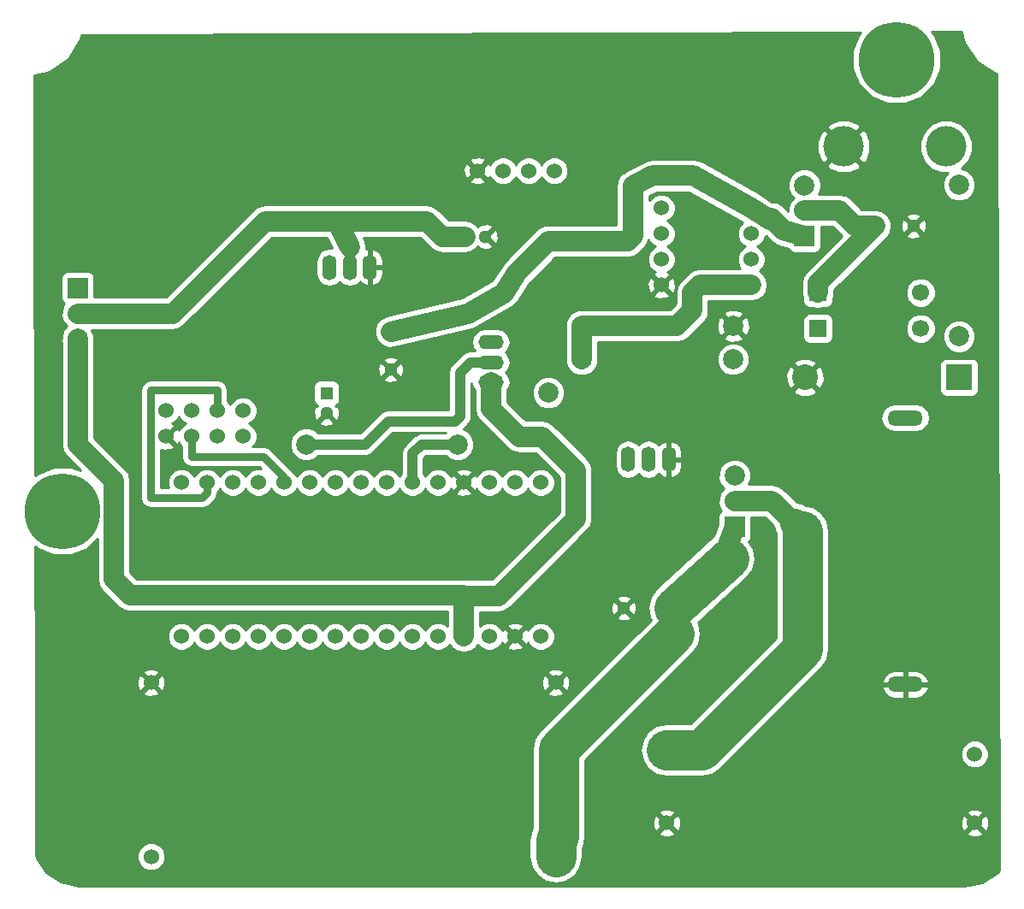
<source format=gbl>
G04 #@! TF.FileFunction,Copper,L2,Bot,Signal*
%FSLAX46Y46*%
G04 Gerber Fmt 4.6, Leading zero omitted, Abs format (unit mm)*
G04 Created by KiCad (PCBNEW 4.0.4+dfsg1-stable) date Thu Jan 19 16:13:54 2017*
%MOMM*%
%LPD*%
G01*
G04 APERTURE LIST*
%ADD10C,0.200000*%
%ADD11C,1.524000*%
%ADD12R,1.300000X1.300000*%
%ADD13C,1.300000*%
%ADD14C,2.540000*%
%ADD15R,2.540000X2.540000*%
%ADD16C,1.699260*%
%ADD17R,1.699260X1.699260*%
%ADD18C,4.000500*%
%ADD19C,1.998980*%
%ADD20R,2.000000X2.000000*%
%ADD21C,2.000000*%
%ADD22O,1.400000X2.500000*%
%ADD23O,3.500000X1.524000*%
%ADD24O,2.500000X1.400000*%
%ADD25C,7.500000*%
%ADD26C,2.000000*%
%ADD27C,4.000000*%
%ADD28C,3.000000*%
%ADD29C,0.750000*%
%ADD30C,0.500000*%
%ADD31C,1.000000*%
%ADD32C,0.254000*%
G04 APERTURE END LIST*
D10*
D11*
X44812000Y-69816000D03*
X44812000Y-67276000D03*
X47352000Y-69816000D03*
X47352000Y-67276000D03*
X49892000Y-69816000D03*
X49892000Y-67276000D03*
X52432000Y-69816000D03*
X52432000Y-67276000D03*
D12*
X60706000Y-65532000D03*
D13*
X60706000Y-67532000D03*
D12*
X74422000Y-50038000D03*
D13*
X76422000Y-50038000D03*
D12*
X115000000Y-49000000D03*
D13*
X118800000Y-49000000D03*
D12*
X95104000Y-86834000D03*
D13*
X90104000Y-86834000D03*
D14*
X108056780Y-63976960D03*
D15*
X123296780Y-63976960D03*
D16*
X119488520Y-59145460D03*
D17*
X109328520Y-59145460D03*
D16*
X119488520Y-55589460D03*
D17*
X109328520Y-55589460D03*
D11*
X93834000Y-47210000D03*
X93834000Y-49750000D03*
X93834000Y-52290000D03*
X93834000Y-54830000D03*
X102724000Y-54830000D03*
X102724000Y-52290000D03*
X102724000Y-49750000D03*
X102724000Y-47210000D03*
D18*
X111868000Y-41114000D03*
X122028000Y-41114000D03*
D19*
X123298000Y-44924000D03*
X123298000Y-59924000D03*
X82658000Y-65498000D03*
X82658000Y-50498000D03*
X85960000Y-58894000D03*
X100960000Y-58894000D03*
X100946000Y-62196000D03*
X85946000Y-62196000D03*
D11*
X83240000Y-43540000D03*
X80700000Y-43540000D03*
X78160000Y-43540000D03*
X75620000Y-43540000D03*
X46336000Y-89628000D03*
X48876000Y-89628000D03*
X51416000Y-89628000D03*
X53956000Y-89628000D03*
X56496000Y-89628000D03*
X59036000Y-89628000D03*
X61576000Y-89628000D03*
X64116000Y-89628000D03*
X66656000Y-89628000D03*
X69196000Y-89628000D03*
X71736000Y-89628000D03*
X74276000Y-89628000D03*
X76816000Y-89628000D03*
X79356000Y-89628000D03*
X81896000Y-89628000D03*
X81896000Y-74388000D03*
X79356000Y-74388000D03*
X76816000Y-74388000D03*
X74276000Y-74388000D03*
X71736000Y-74388000D03*
X69196000Y-74388000D03*
X66656000Y-74388000D03*
X64116000Y-74388000D03*
X61576000Y-74388000D03*
X59036000Y-74388000D03*
X56496000Y-74388000D03*
X53956000Y-74388000D03*
X51416000Y-74388000D03*
X48876000Y-74388000D03*
X46336000Y-74388000D03*
D12*
X67056000Y-59436000D03*
D13*
X67056000Y-63236000D03*
D20*
X101092000Y-78740000D03*
D21*
X101092000Y-76200000D03*
X101092000Y-73700000D03*
D20*
X108000000Y-50000000D03*
D21*
X108000000Y-47460000D03*
X108000000Y-44960000D03*
D22*
X62992000Y-53086000D03*
X64992000Y-53086000D03*
X60992000Y-53086000D03*
X92564000Y-72102000D03*
X90564000Y-72102000D03*
X94564000Y-72102000D03*
D23*
X117964000Y-67992000D03*
X117964000Y-94392000D03*
D11*
X83374000Y-111440000D03*
X83374000Y-94200000D03*
X43334000Y-94200000D03*
X43334000Y-111440000D03*
X124840000Y-101290000D03*
X124840000Y-108110000D03*
X94360000Y-108110000D03*
X94360000Y-101290000D03*
D20*
X36068000Y-55118000D03*
D21*
X36068000Y-57658000D03*
X36068000Y-60158000D03*
D24*
X76962000Y-62484000D03*
X76962000Y-64484000D03*
X76962000Y-60484000D03*
D19*
X58674000Y-70612000D03*
X73674000Y-70612000D03*
D25*
X117094000Y-32512000D03*
X34544000Y-77216000D03*
D26*
X76962000Y-64484000D02*
X76962000Y-67056000D01*
X85344000Y-77978000D02*
X85344000Y-73152000D01*
X77724000Y-85598000D02*
X85344000Y-77978000D01*
X77724000Y-85598000D02*
X74276000Y-85598000D01*
X82042000Y-69850000D02*
X85344000Y-73152000D01*
X79756000Y-69850000D02*
X82042000Y-69850000D01*
X76962000Y-67056000D02*
X79756000Y-69850000D01*
X36068000Y-60158000D02*
X36068000Y-70612000D01*
X74276000Y-85564000D02*
X74276000Y-85598000D01*
X74276000Y-85598000D02*
X74276000Y-89628000D01*
X74276000Y-85564000D02*
X41256000Y-85564000D01*
X39624000Y-83932000D02*
X41256000Y-85564000D01*
X39624000Y-74168000D02*
X39624000Y-83932000D01*
X36068000Y-70612000D02*
X39624000Y-74168000D01*
X67056000Y-59436000D02*
X74676000Y-57658000D01*
X79502000Y-53654000D02*
X82658000Y-50498000D01*
X78232000Y-55626000D02*
X79502000Y-53654000D01*
X74676000Y-57658000D02*
X78232000Y-55626000D01*
X108000000Y-50000000D02*
X105885515Y-49410986D01*
X104580000Y-48420000D02*
X102724000Y-47210000D01*
X104790000Y-48210000D02*
X104580000Y-48420000D01*
X105885515Y-49410986D02*
X104790000Y-48210000D01*
X102724000Y-47210000D02*
X97000000Y-44000000D01*
X90502000Y-50498000D02*
X82658000Y-50498000D01*
X91000000Y-50000000D02*
X90502000Y-50498000D01*
X91000000Y-45000000D02*
X91000000Y-50000000D01*
X93000000Y-44000000D02*
X91000000Y-45000000D01*
X97000000Y-44000000D02*
X93000000Y-44000000D01*
X97000000Y-44000000D02*
X97000000Y-44000000D01*
D27*
X83374000Y-111440000D02*
X83374000Y-109740000D01*
X95104000Y-89374000D02*
X83674000Y-100804000D01*
X83674000Y-100804000D02*
X83674000Y-109440000D01*
D28*
X95104000Y-89374000D02*
X95104000Y-86834000D01*
D27*
X83374000Y-109740000D02*
X83674000Y-109440000D01*
D26*
X101092000Y-78740000D02*
X100116556Y-81510105D01*
X100116556Y-81510105D02*
X100478556Y-81872105D01*
D27*
X95104000Y-86834000D02*
X100478556Y-81872105D01*
D26*
X85960000Y-58894000D02*
X85960000Y-62182000D01*
X85960000Y-62182000D02*
X85946000Y-62196000D01*
X102724000Y-54830000D02*
X97644000Y-54830000D01*
X95358000Y-58894000D02*
X85960000Y-58894000D01*
X96882000Y-57370000D02*
X95358000Y-58894000D01*
X96882000Y-55592000D02*
X96882000Y-57370000D01*
X97644000Y-54830000D02*
X96882000Y-55592000D01*
D29*
X47352000Y-69816000D02*
X47352000Y-71848000D01*
X47352000Y-71848000D02*
X54464000Y-71848000D01*
X54464000Y-71848000D02*
X56496000Y-73880000D01*
D30*
X56496000Y-73880000D02*
X56496000Y-74388000D01*
D29*
X48876000Y-74388000D02*
X48876000Y-75404000D01*
X48876000Y-75404000D02*
X48368000Y-75912000D01*
X48368000Y-75912000D02*
X43288000Y-75912000D01*
X43288000Y-75912000D02*
X43288000Y-65244000D01*
X43288000Y-65244000D02*
X49892000Y-65244000D01*
X49892000Y-65244000D02*
X49892000Y-67276000D01*
D26*
X101092000Y-76200000D02*
X104790000Y-76200000D01*
X104790000Y-76200000D02*
X107042000Y-78452000D01*
D27*
X94360000Y-100890000D02*
X97812000Y-100890000D01*
X97812000Y-100890000D02*
X99422000Y-99280000D01*
X107804000Y-90898000D02*
X99422000Y-99280000D01*
X107804000Y-79214000D02*
X107804000Y-90898000D01*
D28*
X107042000Y-78452000D02*
X107804000Y-79214000D01*
D26*
X109328520Y-55589460D02*
X109328520Y-54671480D01*
X109328520Y-54671480D02*
X115000000Y-49000000D01*
X115000000Y-49000000D02*
X113000000Y-49000000D01*
X111460000Y-47460000D02*
X108000000Y-47460000D01*
X113000000Y-49000000D02*
X111460000Y-47460000D01*
D31*
X62992000Y-53086000D02*
X62992000Y-51054000D01*
D26*
X62992000Y-51054000D02*
X61722000Y-48514000D01*
X61722000Y-48514000D02*
X62230000Y-48514000D01*
X36068000Y-57658000D02*
X45466000Y-57658000D01*
X72136000Y-50038000D02*
X74422000Y-50038000D01*
X70612000Y-48514000D02*
X72136000Y-50038000D01*
X54610000Y-48514000D02*
X62230000Y-48514000D01*
X62230000Y-48514000D02*
X70612000Y-48514000D01*
X45466000Y-57658000D02*
X54610000Y-48514000D01*
D31*
X69196000Y-74388000D02*
X69196000Y-71520000D01*
X70104000Y-70612000D02*
X73674000Y-70612000D01*
X69196000Y-71520000D02*
X70104000Y-70612000D01*
X58674000Y-70612000D02*
X64516000Y-70612000D01*
X74930000Y-62484000D02*
X76962000Y-62484000D01*
X73914000Y-63500000D02*
X74930000Y-62484000D01*
X73914000Y-67818000D02*
X73914000Y-63500000D01*
X73406000Y-68326000D02*
X73914000Y-67818000D01*
X66802000Y-68326000D02*
X73406000Y-68326000D01*
X64516000Y-70612000D02*
X66802000Y-68326000D01*
D32*
G36*
X123691856Y-30590200D02*
X123782019Y-30807871D01*
X123797871Y-30846141D01*
X124903411Y-32500700D01*
X125024154Y-32621442D01*
X125099300Y-32696588D01*
X126753859Y-33802129D01*
X126786758Y-33815756D01*
X127009800Y-33908144D01*
X127045055Y-33915157D01*
X127230881Y-112772327D01*
X127033786Y-113055137D01*
X125595434Y-113975947D01*
X123775164Y-114301061D01*
X123645027Y-114352000D01*
X36255259Y-114352000D01*
X36138514Y-114303642D01*
X34363610Y-113950592D01*
X32976349Y-113023654D01*
X32103044Y-111716661D01*
X41936758Y-111716661D01*
X42148990Y-112230303D01*
X42541630Y-112623629D01*
X43054900Y-112836757D01*
X43610661Y-112837242D01*
X44124303Y-112625010D01*
X44517629Y-112232370D01*
X44730757Y-111719100D01*
X44731242Y-111163339D01*
X44519010Y-110649697D01*
X44126370Y-110256371D01*
X43613100Y-110043243D01*
X43057339Y-110042758D01*
X42543697Y-110254990D01*
X42150371Y-110647630D01*
X41937243Y-111160900D01*
X41936758Y-111716661D01*
X32103044Y-111716661D01*
X32049408Y-111636390D01*
X31950324Y-111138262D01*
X31947030Y-109740000D01*
X80739000Y-109740000D01*
X80739000Y-111440000D01*
X80939577Y-112448371D01*
X81510774Y-113303226D01*
X82365629Y-113874423D01*
X83374000Y-114075000D01*
X84382371Y-113874423D01*
X85237226Y-113303226D01*
X85808423Y-112448371D01*
X86009000Y-111440000D01*
X86009000Y-110597168D01*
X86108423Y-110448371D01*
X86170057Y-110138514D01*
X86309000Y-109440000D01*
X86309000Y-109090213D01*
X93559392Y-109090213D01*
X93628857Y-109332397D01*
X94152302Y-109519144D01*
X94707368Y-109491362D01*
X95091143Y-109332397D01*
X95160608Y-109090213D01*
X124039392Y-109090213D01*
X124108857Y-109332397D01*
X124632302Y-109519144D01*
X125187368Y-109491362D01*
X125571143Y-109332397D01*
X125640608Y-109090213D01*
X124840000Y-108289605D01*
X124039392Y-109090213D01*
X95160608Y-109090213D01*
X94360000Y-108289605D01*
X93559392Y-109090213D01*
X86309000Y-109090213D01*
X86309000Y-107902302D01*
X92950856Y-107902302D01*
X92978638Y-108457368D01*
X93137603Y-108841143D01*
X93379787Y-108910608D01*
X94180395Y-108110000D01*
X94539605Y-108110000D01*
X95340213Y-108910608D01*
X95582397Y-108841143D01*
X95769144Y-108317698D01*
X95748353Y-107902302D01*
X123430856Y-107902302D01*
X123458638Y-108457368D01*
X123617603Y-108841143D01*
X123859787Y-108910608D01*
X124660395Y-108110000D01*
X125019605Y-108110000D01*
X125820213Y-108910608D01*
X126062397Y-108841143D01*
X126249144Y-108317698D01*
X126221362Y-107762632D01*
X126062397Y-107378857D01*
X125820213Y-107309392D01*
X125019605Y-108110000D01*
X124660395Y-108110000D01*
X123859787Y-107309392D01*
X123617603Y-107378857D01*
X123430856Y-107902302D01*
X95748353Y-107902302D01*
X95741362Y-107762632D01*
X95582397Y-107378857D01*
X95340213Y-107309392D01*
X94539605Y-108110000D01*
X94180395Y-108110000D01*
X93379787Y-107309392D01*
X93137603Y-107378857D01*
X92950856Y-107902302D01*
X86309000Y-107902302D01*
X86309000Y-107129787D01*
X93559392Y-107129787D01*
X94360000Y-107930395D01*
X95160608Y-107129787D01*
X124039392Y-107129787D01*
X124840000Y-107930395D01*
X125640608Y-107129787D01*
X125571143Y-106887603D01*
X125047698Y-106700856D01*
X124492632Y-106728638D01*
X124108857Y-106887603D01*
X124039392Y-107129787D01*
X95160608Y-107129787D01*
X95091143Y-106887603D01*
X94567698Y-106700856D01*
X94012632Y-106728638D01*
X93628857Y-106887603D01*
X93559392Y-107129787D01*
X86309000Y-107129787D01*
X86309000Y-101895452D01*
X96967226Y-91237226D01*
X97538423Y-90382371D01*
X97738999Y-89374000D01*
X97538423Y-88365629D01*
X97458711Y-88246332D01*
X102265973Y-83808174D01*
X102870816Y-82976785D01*
X103111458Y-81977218D01*
X102951266Y-80961648D01*
X102503442Y-80229829D01*
X102543441Y-80204090D01*
X102688431Y-79991890D01*
X102739440Y-79740000D01*
X102739440Y-77835000D01*
X104112760Y-77835000D01*
X104951009Y-78673249D01*
X105069517Y-79269029D01*
X105169000Y-79417916D01*
X105169000Y-89806548D01*
X96720548Y-98255000D01*
X94360000Y-98255000D01*
X93351629Y-98455577D01*
X92496774Y-99026774D01*
X91925577Y-99881629D01*
X91725000Y-100890000D01*
X91925577Y-101898371D01*
X92496774Y-102753226D01*
X93351629Y-103324423D01*
X94360000Y-103525000D01*
X97812000Y-103525000D01*
X98820371Y-103324423D01*
X99675226Y-102753226D01*
X100861791Y-101566661D01*
X123442758Y-101566661D01*
X123654990Y-102080303D01*
X124047630Y-102473629D01*
X124560900Y-102686757D01*
X125116661Y-102687242D01*
X125630303Y-102475010D01*
X126023629Y-102082370D01*
X126236757Y-101569100D01*
X126237242Y-101013339D01*
X126025010Y-100499697D01*
X125632370Y-100106371D01*
X125119100Y-99893243D01*
X124563339Y-99892758D01*
X124049697Y-100104990D01*
X123656371Y-100497630D01*
X123443243Y-101010900D01*
X123442758Y-101566661D01*
X100861791Y-101566661D01*
X107693382Y-94735070D01*
X115621780Y-94735070D01*
X115636740Y-94809277D01*
X115898370Y-95290026D01*
X116324059Y-95634059D01*
X116849000Y-95789000D01*
X117837000Y-95789000D01*
X117837000Y-94519000D01*
X118091000Y-94519000D01*
X118091000Y-95789000D01*
X119079000Y-95789000D01*
X119603941Y-95634059D01*
X120029630Y-95290026D01*
X120291260Y-94809277D01*
X120306220Y-94735070D01*
X120183720Y-94519000D01*
X118091000Y-94519000D01*
X117837000Y-94519000D01*
X115744280Y-94519000D01*
X115621780Y-94735070D01*
X107693382Y-94735070D01*
X108379522Y-94048930D01*
X115621780Y-94048930D01*
X115744280Y-94265000D01*
X117837000Y-94265000D01*
X117837000Y-92995000D01*
X118091000Y-92995000D01*
X118091000Y-94265000D01*
X120183720Y-94265000D01*
X120306220Y-94048930D01*
X120291260Y-93974723D01*
X120029630Y-93493974D01*
X119603941Y-93149941D01*
X119079000Y-92995000D01*
X118091000Y-92995000D01*
X117837000Y-92995000D01*
X116849000Y-92995000D01*
X116324059Y-93149941D01*
X115898370Y-93493974D01*
X115636740Y-93974723D01*
X115621780Y-94048930D01*
X108379522Y-94048930D01*
X109667226Y-92761226D01*
X110238423Y-91906371D01*
X110439000Y-90898000D01*
X110439000Y-79214000D01*
X110238423Y-78205629D01*
X109667226Y-77350774D01*
X108812371Y-76779577D01*
X108094351Y-76636754D01*
X107859029Y-76479517D01*
X107263249Y-76361009D01*
X105946120Y-75043880D01*
X105415688Y-74689457D01*
X104790000Y-74564999D01*
X104789995Y-74565000D01*
X102503173Y-74565000D01*
X102726716Y-74026648D01*
X102727284Y-73376205D01*
X102478894Y-72775057D01*
X102019363Y-72314722D01*
X101418648Y-72065284D01*
X100768205Y-72064716D01*
X100167057Y-72313106D01*
X99706722Y-72772637D01*
X99457284Y-73373352D01*
X99456716Y-74023795D01*
X99705106Y-74624943D01*
X100029759Y-74950164D01*
X99706722Y-75272637D01*
X99457284Y-75873352D01*
X99456716Y-76523795D01*
X99705106Y-77124943D01*
X99771621Y-77191574D01*
X99640559Y-77275910D01*
X99495569Y-77488110D01*
X99444560Y-77740000D01*
X99444560Y-78495870D01*
X99005079Y-79743925D01*
X98691139Y-79936035D01*
X93316583Y-84897931D01*
X92711740Y-85729320D01*
X92471098Y-86728887D01*
X92631290Y-87744457D01*
X92773954Y-87977594D01*
X81810774Y-98940774D01*
X81239577Y-99795629D01*
X81039000Y-100804000D01*
X81039000Y-108582832D01*
X80939577Y-108731629D01*
X80739000Y-109740000D01*
X31947030Y-109740000D01*
X31912720Y-95180213D01*
X42533392Y-95180213D01*
X42602857Y-95422397D01*
X43126302Y-95609144D01*
X43681368Y-95581362D01*
X44065143Y-95422397D01*
X44134608Y-95180213D01*
X82573392Y-95180213D01*
X82642857Y-95422397D01*
X83166302Y-95609144D01*
X83721368Y-95581362D01*
X84105143Y-95422397D01*
X84174608Y-95180213D01*
X83374000Y-94379605D01*
X82573392Y-95180213D01*
X44134608Y-95180213D01*
X43334000Y-94379605D01*
X42533392Y-95180213D01*
X31912720Y-95180213D01*
X31909920Y-93992302D01*
X41924856Y-93992302D01*
X41952638Y-94547368D01*
X42111603Y-94931143D01*
X42353787Y-95000608D01*
X43154395Y-94200000D01*
X43513605Y-94200000D01*
X44314213Y-95000608D01*
X44556397Y-94931143D01*
X44743144Y-94407698D01*
X44722353Y-93992302D01*
X81964856Y-93992302D01*
X81992638Y-94547368D01*
X82151603Y-94931143D01*
X82393787Y-95000608D01*
X83194395Y-94200000D01*
X83553605Y-94200000D01*
X84354213Y-95000608D01*
X84596397Y-94931143D01*
X84783144Y-94407698D01*
X84755362Y-93852632D01*
X84596397Y-93468857D01*
X84354213Y-93399392D01*
X83553605Y-94200000D01*
X83194395Y-94200000D01*
X82393787Y-93399392D01*
X82151603Y-93468857D01*
X81964856Y-93992302D01*
X44722353Y-93992302D01*
X44715362Y-93852632D01*
X44556397Y-93468857D01*
X44314213Y-93399392D01*
X43513605Y-94200000D01*
X43154395Y-94200000D01*
X42353787Y-93399392D01*
X42111603Y-93468857D01*
X41924856Y-93992302D01*
X31909920Y-93992302D01*
X31908100Y-93219787D01*
X42533392Y-93219787D01*
X43334000Y-94020395D01*
X44134608Y-93219787D01*
X82573392Y-93219787D01*
X83374000Y-94020395D01*
X84174608Y-93219787D01*
X84105143Y-92977603D01*
X83581698Y-92790856D01*
X83026632Y-92818638D01*
X82642857Y-92977603D01*
X82573392Y-93219787D01*
X44134608Y-93219787D01*
X44065143Y-92977603D01*
X43541698Y-92790856D01*
X42986632Y-92818638D01*
X42602857Y-92977603D01*
X42533392Y-93219787D01*
X31908100Y-93219787D01*
X31878721Y-80752810D01*
X32056854Y-80931254D01*
X33667943Y-81600237D01*
X35412404Y-81601759D01*
X37024658Y-80935590D01*
X37989000Y-79972929D01*
X37989000Y-83931995D01*
X37988999Y-83932000D01*
X38113457Y-84557688D01*
X38467880Y-85088120D01*
X40099878Y-86720117D01*
X40099880Y-86720120D01*
X40428322Y-86939577D01*
X40630313Y-87074543D01*
X41256000Y-87199001D01*
X41256005Y-87199000D01*
X72641000Y-87199000D01*
X72641000Y-88557198D01*
X72528370Y-88444371D01*
X72015100Y-88231243D01*
X71459339Y-88230758D01*
X70945697Y-88442990D01*
X70552371Y-88835630D01*
X70466051Y-89043512D01*
X70381010Y-88837697D01*
X69988370Y-88444371D01*
X69475100Y-88231243D01*
X68919339Y-88230758D01*
X68405697Y-88442990D01*
X68012371Y-88835630D01*
X67926051Y-89043512D01*
X67841010Y-88837697D01*
X67448370Y-88444371D01*
X66935100Y-88231243D01*
X66379339Y-88230758D01*
X65865697Y-88442990D01*
X65472371Y-88835630D01*
X65386051Y-89043512D01*
X65301010Y-88837697D01*
X64908370Y-88444371D01*
X64395100Y-88231243D01*
X63839339Y-88230758D01*
X63325697Y-88442990D01*
X62932371Y-88835630D01*
X62846051Y-89043512D01*
X62761010Y-88837697D01*
X62368370Y-88444371D01*
X61855100Y-88231243D01*
X61299339Y-88230758D01*
X60785697Y-88442990D01*
X60392371Y-88835630D01*
X60306051Y-89043512D01*
X60221010Y-88837697D01*
X59828370Y-88444371D01*
X59315100Y-88231243D01*
X58759339Y-88230758D01*
X58245697Y-88442990D01*
X57852371Y-88835630D01*
X57766051Y-89043512D01*
X57681010Y-88837697D01*
X57288370Y-88444371D01*
X56775100Y-88231243D01*
X56219339Y-88230758D01*
X55705697Y-88442990D01*
X55312371Y-88835630D01*
X55226051Y-89043512D01*
X55141010Y-88837697D01*
X54748370Y-88444371D01*
X54235100Y-88231243D01*
X53679339Y-88230758D01*
X53165697Y-88442990D01*
X52772371Y-88835630D01*
X52686051Y-89043512D01*
X52601010Y-88837697D01*
X52208370Y-88444371D01*
X51695100Y-88231243D01*
X51139339Y-88230758D01*
X50625697Y-88442990D01*
X50232371Y-88835630D01*
X50146051Y-89043512D01*
X50061010Y-88837697D01*
X49668370Y-88444371D01*
X49155100Y-88231243D01*
X48599339Y-88230758D01*
X48085697Y-88442990D01*
X47692371Y-88835630D01*
X47606051Y-89043512D01*
X47521010Y-88837697D01*
X47128370Y-88444371D01*
X46615100Y-88231243D01*
X46059339Y-88230758D01*
X45545697Y-88442990D01*
X45152371Y-88835630D01*
X44939243Y-89348900D01*
X44938758Y-89904661D01*
X45150990Y-90418303D01*
X45543630Y-90811629D01*
X46056900Y-91024757D01*
X46612661Y-91025242D01*
X47126303Y-90813010D01*
X47519629Y-90420370D01*
X47605949Y-90212488D01*
X47690990Y-90418303D01*
X48083630Y-90811629D01*
X48596900Y-91024757D01*
X49152661Y-91025242D01*
X49666303Y-90813010D01*
X50059629Y-90420370D01*
X50145949Y-90212488D01*
X50230990Y-90418303D01*
X50623630Y-90811629D01*
X51136900Y-91024757D01*
X51692661Y-91025242D01*
X52206303Y-90813010D01*
X52599629Y-90420370D01*
X52685949Y-90212488D01*
X52770990Y-90418303D01*
X53163630Y-90811629D01*
X53676900Y-91024757D01*
X54232661Y-91025242D01*
X54746303Y-90813010D01*
X55139629Y-90420370D01*
X55225949Y-90212488D01*
X55310990Y-90418303D01*
X55703630Y-90811629D01*
X56216900Y-91024757D01*
X56772661Y-91025242D01*
X57286303Y-90813010D01*
X57679629Y-90420370D01*
X57765949Y-90212488D01*
X57850990Y-90418303D01*
X58243630Y-90811629D01*
X58756900Y-91024757D01*
X59312661Y-91025242D01*
X59826303Y-90813010D01*
X60219629Y-90420370D01*
X60305949Y-90212488D01*
X60390990Y-90418303D01*
X60783630Y-90811629D01*
X61296900Y-91024757D01*
X61852661Y-91025242D01*
X62366303Y-90813010D01*
X62759629Y-90420370D01*
X62845949Y-90212488D01*
X62930990Y-90418303D01*
X63323630Y-90811629D01*
X63836900Y-91024757D01*
X64392661Y-91025242D01*
X64906303Y-90813010D01*
X65299629Y-90420370D01*
X65385949Y-90212488D01*
X65470990Y-90418303D01*
X65863630Y-90811629D01*
X66376900Y-91024757D01*
X66932661Y-91025242D01*
X67446303Y-90813010D01*
X67839629Y-90420370D01*
X67925949Y-90212488D01*
X68010990Y-90418303D01*
X68403630Y-90811629D01*
X68916900Y-91024757D01*
X69472661Y-91025242D01*
X69986303Y-90813010D01*
X70379629Y-90420370D01*
X70465949Y-90212488D01*
X70550990Y-90418303D01*
X70943630Y-90811629D01*
X71456900Y-91024757D01*
X72012661Y-91025242D01*
X72526303Y-90813010D01*
X72893955Y-90445999D01*
X73119880Y-90784120D01*
X73650313Y-91138543D01*
X74276000Y-91263000D01*
X74901687Y-91138543D01*
X75432120Y-90784120D01*
X75658282Y-90445643D01*
X76023630Y-90811629D01*
X76536900Y-91024757D01*
X77092661Y-91025242D01*
X77606303Y-90813010D01*
X77811457Y-90608213D01*
X78555392Y-90608213D01*
X78624857Y-90850397D01*
X79148302Y-91037144D01*
X79703368Y-91009362D01*
X80087143Y-90850397D01*
X80156608Y-90608213D01*
X79356000Y-89807605D01*
X78555392Y-90608213D01*
X77811457Y-90608213D01*
X77999629Y-90420370D01*
X78079395Y-90228273D01*
X78133603Y-90359143D01*
X78375787Y-90428608D01*
X79176395Y-89628000D01*
X79535605Y-89628000D01*
X80336213Y-90428608D01*
X80578397Y-90359143D01*
X80628509Y-90218682D01*
X80710990Y-90418303D01*
X81103630Y-90811629D01*
X81616900Y-91024757D01*
X82172661Y-91025242D01*
X82686303Y-90813010D01*
X83079629Y-90420370D01*
X83292757Y-89907100D01*
X83293242Y-89351339D01*
X83081010Y-88837697D01*
X82688370Y-88444371D01*
X82175100Y-88231243D01*
X81619339Y-88230758D01*
X81105697Y-88442990D01*
X80712371Y-88835630D01*
X80632605Y-89027727D01*
X80578397Y-88896857D01*
X80336213Y-88827392D01*
X79535605Y-89628000D01*
X79176395Y-89628000D01*
X78375787Y-88827392D01*
X78133603Y-88896857D01*
X78083491Y-89037318D01*
X78001010Y-88837697D01*
X77811432Y-88647787D01*
X78555392Y-88647787D01*
X79356000Y-89448395D01*
X80156608Y-88647787D01*
X80087143Y-88405603D01*
X79563698Y-88218856D01*
X79008632Y-88246638D01*
X78624857Y-88405603D01*
X78555392Y-88647787D01*
X77811432Y-88647787D01*
X77608370Y-88444371D01*
X77095100Y-88231243D01*
X76539339Y-88230758D01*
X76025697Y-88442990D01*
X75911000Y-88557487D01*
X75911000Y-87733016D01*
X89384590Y-87733016D01*
X89440271Y-87963611D01*
X89923078Y-88131622D01*
X90433428Y-88102083D01*
X90767729Y-87963611D01*
X90823410Y-87733016D01*
X90104000Y-87013605D01*
X89384590Y-87733016D01*
X75911000Y-87733016D01*
X75911000Y-87233000D01*
X77723995Y-87233000D01*
X77724000Y-87233001D01*
X78349688Y-87108543D01*
X78880120Y-86754120D01*
X78981161Y-86653078D01*
X88806378Y-86653078D01*
X88835917Y-87163428D01*
X88974389Y-87497729D01*
X89204984Y-87553410D01*
X89924395Y-86834000D01*
X90283605Y-86834000D01*
X91003016Y-87553410D01*
X91233611Y-87497729D01*
X91401622Y-87014922D01*
X91372083Y-86504572D01*
X91233611Y-86170271D01*
X91003016Y-86114590D01*
X90283605Y-86834000D01*
X89924395Y-86834000D01*
X89204984Y-86114590D01*
X88974389Y-86170271D01*
X88806378Y-86653078D01*
X78981161Y-86653078D01*
X79699255Y-85934984D01*
X89384590Y-85934984D01*
X90104000Y-86654395D01*
X90823410Y-85934984D01*
X90767729Y-85704389D01*
X90284922Y-85536378D01*
X89774572Y-85565917D01*
X89440271Y-85704389D01*
X89384590Y-85934984D01*
X79699255Y-85934984D01*
X86500117Y-79134122D01*
X86500120Y-79134120D01*
X86854543Y-78603687D01*
X86979000Y-77978000D01*
X86979000Y-73152000D01*
X86946927Y-72990758D01*
X86854543Y-72526312D01*
X86712083Y-72313106D01*
X86500120Y-71995880D01*
X86500117Y-71995878D01*
X86019311Y-71515071D01*
X89229000Y-71515071D01*
X89229000Y-72688929D01*
X89330621Y-73199811D01*
X89620012Y-73632917D01*
X90053118Y-73922308D01*
X90564000Y-74023929D01*
X91074882Y-73922308D01*
X91507988Y-73632917D01*
X91564000Y-73549089D01*
X91620012Y-73632917D01*
X92053118Y-73922308D01*
X92564000Y-74023929D01*
X93074882Y-73922308D01*
X93507988Y-73632917D01*
X93579490Y-73525906D01*
X93709815Y-73685790D01*
X94170450Y-73933980D01*
X94230671Y-73944716D01*
X94437000Y-73821374D01*
X94437000Y-72229000D01*
X94691000Y-72229000D01*
X94691000Y-73821374D01*
X94897329Y-73944716D01*
X94957550Y-73933980D01*
X95418185Y-73685790D01*
X95748778Y-73280215D01*
X95899000Y-72779000D01*
X95899000Y-72229000D01*
X94691000Y-72229000D01*
X94437000Y-72229000D01*
X94417000Y-72229000D01*
X94417000Y-71975000D01*
X94437000Y-71975000D01*
X94437000Y-70382626D01*
X94691000Y-70382626D01*
X94691000Y-71975000D01*
X95899000Y-71975000D01*
X95899000Y-71425000D01*
X95748778Y-70923785D01*
X95418185Y-70518210D01*
X94957550Y-70270020D01*
X94897329Y-70259284D01*
X94691000Y-70382626D01*
X94437000Y-70382626D01*
X94230671Y-70259284D01*
X94170450Y-70270020D01*
X93709815Y-70518210D01*
X93579490Y-70678094D01*
X93507988Y-70571083D01*
X93074882Y-70281692D01*
X92564000Y-70180071D01*
X92053118Y-70281692D01*
X91620012Y-70571083D01*
X91564000Y-70654911D01*
X91507988Y-70571083D01*
X91074882Y-70281692D01*
X90564000Y-70180071D01*
X90053118Y-70281692D01*
X89620012Y-70571083D01*
X89330621Y-71004189D01*
X89229000Y-71515071D01*
X86019311Y-71515071D01*
X83198120Y-68693880D01*
X82667688Y-68339457D01*
X82042000Y-68214999D01*
X82041995Y-68215000D01*
X80433239Y-68215000D01*
X80210240Y-67992000D01*
X115532275Y-67992000D01*
X115638615Y-68526609D01*
X115941447Y-68979828D01*
X116394666Y-69282660D01*
X116929275Y-69389000D01*
X118998725Y-69389000D01*
X119533334Y-69282660D01*
X119986553Y-68979828D01*
X120289385Y-68526609D01*
X120395725Y-67992000D01*
X120289385Y-67457391D01*
X119986553Y-67004172D01*
X119533334Y-66701340D01*
X118998725Y-66595000D01*
X116929275Y-66595000D01*
X116394666Y-66701340D01*
X115941447Y-67004172D01*
X115638615Y-67457391D01*
X115532275Y-67992000D01*
X80210240Y-67992000D01*
X78597000Y-66378760D01*
X78597000Y-65821694D01*
X81023226Y-65821694D01*
X81271538Y-66422655D01*
X81730927Y-66882846D01*
X82331453Y-67132206D01*
X82981694Y-67132774D01*
X83582655Y-66884462D01*
X84042846Y-66425073D01*
X84292206Y-65824547D01*
X84292642Y-65324737D01*
X106888608Y-65324737D01*
X107020300Y-65619617D01*
X107727816Y-65891221D01*
X108485412Y-65871396D01*
X109093260Y-65619617D01*
X109224952Y-65324737D01*
X108056780Y-64156565D01*
X106888608Y-65324737D01*
X84292642Y-65324737D01*
X84292774Y-65174306D01*
X84044462Y-64573345D01*
X83585073Y-64113154D01*
X82984547Y-63863794D01*
X82334306Y-63863226D01*
X81733345Y-64111538D01*
X81273154Y-64570927D01*
X81023794Y-65171453D01*
X81023226Y-65821694D01*
X78597000Y-65821694D01*
X78597000Y-65272216D01*
X78782308Y-64994882D01*
X78883929Y-64484000D01*
X78782308Y-63973118D01*
X78492917Y-63540012D01*
X78409089Y-63484000D01*
X78492917Y-63427988D01*
X78782308Y-62994882D01*
X78883929Y-62484000D01*
X78782308Y-61973118D01*
X78492917Y-61540012D01*
X78409089Y-61484000D01*
X78492917Y-61427988D01*
X78782308Y-60994882D01*
X78883929Y-60484000D01*
X78782308Y-59973118D01*
X78492917Y-59540012D01*
X78059811Y-59250621D01*
X77548929Y-59149000D01*
X76375071Y-59149000D01*
X75864189Y-59250621D01*
X75431083Y-59540012D01*
X75141692Y-59973118D01*
X75040071Y-60484000D01*
X75141692Y-60994882D01*
X75378305Y-61349000D01*
X74930000Y-61349000D01*
X74495654Y-61435397D01*
X74293740Y-61570312D01*
X74127434Y-61681434D01*
X73111434Y-62697434D01*
X72865397Y-63065654D01*
X72779000Y-63500000D01*
X72779000Y-67191000D01*
X66802000Y-67191000D01*
X66367654Y-67277397D01*
X66257383Y-67351078D01*
X65999434Y-67523434D01*
X64045868Y-69477000D01*
X59850484Y-69477000D01*
X59601073Y-69227154D01*
X59000547Y-68977794D01*
X58350306Y-68977226D01*
X57749345Y-69225538D01*
X57289154Y-69684927D01*
X57039794Y-70285453D01*
X57039226Y-70935694D01*
X57287538Y-71536655D01*
X57746927Y-71996846D01*
X58347453Y-72246206D01*
X58997694Y-72246774D01*
X59598655Y-71998462D01*
X59850556Y-71747000D01*
X64516000Y-71747000D01*
X64950346Y-71660603D01*
X65318566Y-71414566D01*
X67272132Y-69461000D01*
X72513472Y-69461000D01*
X72497444Y-69477000D01*
X70104000Y-69477000D01*
X69669654Y-69563397D01*
X69487772Y-69684927D01*
X69301434Y-69809434D01*
X68393434Y-70717434D01*
X68147397Y-71085654D01*
X68061000Y-71520000D01*
X68061000Y-73547086D01*
X68012371Y-73595630D01*
X67926051Y-73803512D01*
X67841010Y-73597697D01*
X67448370Y-73204371D01*
X66935100Y-72991243D01*
X66379339Y-72990758D01*
X65865697Y-73202990D01*
X65472371Y-73595630D01*
X65386051Y-73803512D01*
X65301010Y-73597697D01*
X64908370Y-73204371D01*
X64395100Y-72991243D01*
X63839339Y-72990758D01*
X63325697Y-73202990D01*
X62932371Y-73595630D01*
X62846051Y-73803512D01*
X62761010Y-73597697D01*
X62368370Y-73204371D01*
X61855100Y-72991243D01*
X61299339Y-72990758D01*
X60785697Y-73202990D01*
X60392371Y-73595630D01*
X60306051Y-73803512D01*
X60221010Y-73597697D01*
X59828370Y-73204371D01*
X59315100Y-72991243D01*
X58759339Y-72990758D01*
X58245697Y-73202990D01*
X57852371Y-73595630D01*
X57766051Y-73803512D01*
X57681010Y-73597697D01*
X57288370Y-73204371D01*
X57215801Y-73174238D01*
X57210178Y-73165822D01*
X55178178Y-71133822D01*
X54850510Y-70914882D01*
X54464000Y-70838000D01*
X53385598Y-70838000D01*
X53615629Y-70608370D01*
X53828757Y-70095100D01*
X53829242Y-69539339D01*
X53617010Y-69025697D01*
X53224370Y-68632371D01*
X53016488Y-68546051D01*
X53222303Y-68461010D01*
X53252349Y-68431016D01*
X59986590Y-68431016D01*
X60042271Y-68661611D01*
X60525078Y-68829622D01*
X61035428Y-68800083D01*
X61369729Y-68661611D01*
X61425410Y-68431016D01*
X60706000Y-67711605D01*
X59986590Y-68431016D01*
X53252349Y-68431016D01*
X53615629Y-68068370D01*
X53828757Y-67555100D01*
X53828935Y-67351078D01*
X59408378Y-67351078D01*
X59437917Y-67861428D01*
X59576389Y-68195729D01*
X59806984Y-68251410D01*
X60526395Y-67532000D01*
X60512252Y-67517858D01*
X60691858Y-67338252D01*
X60706000Y-67352395D01*
X60720142Y-67338252D01*
X60899748Y-67517858D01*
X60885605Y-67532000D01*
X61605016Y-68251410D01*
X61835611Y-68195729D01*
X62003622Y-67712922D01*
X61974083Y-67202572D01*
X61835611Y-66868271D01*
X61605018Y-66812590D01*
X61706680Y-66710928D01*
X61807441Y-66646090D01*
X61952431Y-66433890D01*
X62003440Y-66182000D01*
X62003440Y-64882000D01*
X61959162Y-64646683D01*
X61820090Y-64430559D01*
X61607890Y-64285569D01*
X61356000Y-64234560D01*
X60056000Y-64234560D01*
X59820683Y-64278838D01*
X59604559Y-64417910D01*
X59459569Y-64630110D01*
X59408560Y-64882000D01*
X59408560Y-66182000D01*
X59452838Y-66417317D01*
X59591910Y-66633441D01*
X59705329Y-66710937D01*
X59806982Y-66812590D01*
X59576389Y-66868271D01*
X59408378Y-67351078D01*
X53828935Y-67351078D01*
X53829242Y-66999339D01*
X53617010Y-66485697D01*
X53224370Y-66092371D01*
X52711100Y-65879243D01*
X52155339Y-65878758D01*
X51641697Y-66090990D01*
X51248371Y-66483630D01*
X51162051Y-66691512D01*
X51077010Y-66485697D01*
X50902000Y-66310381D01*
X50902000Y-65244000D01*
X50825118Y-64857490D01*
X50606178Y-64529822D01*
X50278510Y-64310882D01*
X49892000Y-64234000D01*
X43288000Y-64234000D01*
X42901490Y-64310882D01*
X42573822Y-64529822D01*
X42354882Y-64857490D01*
X42278000Y-65244000D01*
X42278000Y-75912000D01*
X42354882Y-76298510D01*
X42573822Y-76626178D01*
X42901490Y-76845118D01*
X43288000Y-76922000D01*
X48368000Y-76922000D01*
X48754510Y-76845118D01*
X49082178Y-76626178D01*
X49590178Y-76118178D01*
X49809118Y-75790511D01*
X49886000Y-75404000D01*
X49886000Y-75353696D01*
X50059629Y-75180370D01*
X50145949Y-74972488D01*
X50230990Y-75178303D01*
X50623630Y-75571629D01*
X51136900Y-75784757D01*
X51692661Y-75785242D01*
X52206303Y-75573010D01*
X52599629Y-75180370D01*
X52685949Y-74972488D01*
X52770990Y-75178303D01*
X53163630Y-75571629D01*
X53676900Y-75784757D01*
X54232661Y-75785242D01*
X54746303Y-75573010D01*
X55139629Y-75180370D01*
X55225949Y-74972488D01*
X55310990Y-75178303D01*
X55703630Y-75571629D01*
X56216900Y-75784757D01*
X56772661Y-75785242D01*
X57286303Y-75573010D01*
X57679629Y-75180370D01*
X57765949Y-74972488D01*
X57850990Y-75178303D01*
X58243630Y-75571629D01*
X58756900Y-75784757D01*
X59312661Y-75785242D01*
X59826303Y-75573010D01*
X60219629Y-75180370D01*
X60305949Y-74972488D01*
X60390990Y-75178303D01*
X60783630Y-75571629D01*
X61296900Y-75784757D01*
X61852661Y-75785242D01*
X62366303Y-75573010D01*
X62759629Y-75180370D01*
X62845949Y-74972488D01*
X62930990Y-75178303D01*
X63323630Y-75571629D01*
X63836900Y-75784757D01*
X64392661Y-75785242D01*
X64906303Y-75573010D01*
X65299629Y-75180370D01*
X65385949Y-74972488D01*
X65470990Y-75178303D01*
X65863630Y-75571629D01*
X66376900Y-75784757D01*
X66932661Y-75785242D01*
X67446303Y-75573010D01*
X67839629Y-75180370D01*
X67925949Y-74972488D01*
X68010990Y-75178303D01*
X68403630Y-75571629D01*
X68916900Y-75784757D01*
X69472661Y-75785242D01*
X69986303Y-75573010D01*
X70379629Y-75180370D01*
X70465949Y-74972488D01*
X70550990Y-75178303D01*
X70943630Y-75571629D01*
X71456900Y-75784757D01*
X72012661Y-75785242D01*
X72526303Y-75573010D01*
X72731457Y-75368213D01*
X73475392Y-75368213D01*
X73544857Y-75610397D01*
X74068302Y-75797144D01*
X74623368Y-75769362D01*
X75007143Y-75610397D01*
X75076608Y-75368213D01*
X74276000Y-74567605D01*
X73475392Y-75368213D01*
X72731457Y-75368213D01*
X72919629Y-75180370D01*
X72999395Y-74988273D01*
X73053603Y-75119143D01*
X73295787Y-75188608D01*
X74096395Y-74388000D01*
X74455605Y-74388000D01*
X75256213Y-75188608D01*
X75498397Y-75119143D01*
X75548509Y-74978682D01*
X75630990Y-75178303D01*
X76023630Y-75571629D01*
X76536900Y-75784757D01*
X77092661Y-75785242D01*
X77606303Y-75573010D01*
X77999629Y-75180370D01*
X78085949Y-74972488D01*
X78170990Y-75178303D01*
X78563630Y-75571629D01*
X79076900Y-75784757D01*
X79632661Y-75785242D01*
X80146303Y-75573010D01*
X80539629Y-75180370D01*
X80625949Y-74972488D01*
X80710990Y-75178303D01*
X81103630Y-75571629D01*
X81616900Y-75784757D01*
X82172661Y-75785242D01*
X82686303Y-75573010D01*
X83079629Y-75180370D01*
X83292757Y-74667100D01*
X83293242Y-74111339D01*
X83081010Y-73597697D01*
X82688370Y-73204371D01*
X82175100Y-72991243D01*
X81619339Y-72990758D01*
X81105697Y-73202990D01*
X80712371Y-73595630D01*
X80626051Y-73803512D01*
X80541010Y-73597697D01*
X80148370Y-73204371D01*
X79635100Y-72991243D01*
X79079339Y-72990758D01*
X78565697Y-73202990D01*
X78172371Y-73595630D01*
X78086051Y-73803512D01*
X78001010Y-73597697D01*
X77608370Y-73204371D01*
X77095100Y-72991243D01*
X76539339Y-72990758D01*
X76025697Y-73202990D01*
X75632371Y-73595630D01*
X75552605Y-73787727D01*
X75498397Y-73656857D01*
X75256213Y-73587392D01*
X74455605Y-74388000D01*
X74096395Y-74388000D01*
X73295787Y-73587392D01*
X73053603Y-73656857D01*
X73003491Y-73797318D01*
X72921010Y-73597697D01*
X72731432Y-73407787D01*
X73475392Y-73407787D01*
X74276000Y-74208395D01*
X75076608Y-73407787D01*
X75007143Y-73165603D01*
X74483698Y-72978856D01*
X73928632Y-73006638D01*
X73544857Y-73165603D01*
X73475392Y-73407787D01*
X72731432Y-73407787D01*
X72528370Y-73204371D01*
X72015100Y-72991243D01*
X71459339Y-72990758D01*
X70945697Y-73202990D01*
X70552371Y-73595630D01*
X70466051Y-73803512D01*
X70381010Y-73597697D01*
X70331000Y-73547600D01*
X70331000Y-71990132D01*
X70574132Y-71747000D01*
X72497516Y-71747000D01*
X72746927Y-71996846D01*
X73347453Y-72246206D01*
X73997694Y-72246774D01*
X74598655Y-71998462D01*
X75058846Y-71539073D01*
X75308206Y-70938547D01*
X75308774Y-70288306D01*
X75060462Y-69687345D01*
X74601073Y-69227154D01*
X74254067Y-69083065D01*
X74716566Y-68620567D01*
X74962603Y-68252346D01*
X75014389Y-67992000D01*
X75049000Y-67818000D01*
X75049000Y-64528889D01*
X75141692Y-64994882D01*
X75327000Y-65272216D01*
X75327000Y-67055995D01*
X75326999Y-67056000D01*
X75451457Y-67681688D01*
X75805880Y-68212120D01*
X78599878Y-71006117D01*
X78599880Y-71006120D01*
X78946447Y-71237688D01*
X79130313Y-71360543D01*
X79756000Y-71485001D01*
X79756005Y-71485000D01*
X81364760Y-71485000D01*
X83709000Y-73829239D01*
X83709000Y-77300761D01*
X77046760Y-83963000D01*
X74446929Y-83963000D01*
X74276000Y-83929000D01*
X41933239Y-83929000D01*
X41259000Y-83254760D01*
X41259000Y-74168000D01*
X41134543Y-73542313D01*
X40780120Y-73011880D01*
X40780117Y-73011878D01*
X37703000Y-69934760D01*
X37703000Y-64135016D01*
X66336590Y-64135016D01*
X66392271Y-64365611D01*
X66875078Y-64533622D01*
X67385428Y-64504083D01*
X67719729Y-64365611D01*
X67775410Y-64135016D01*
X67056000Y-63415605D01*
X66336590Y-64135016D01*
X37703000Y-64135016D01*
X37703000Y-63055078D01*
X65758378Y-63055078D01*
X65787917Y-63565428D01*
X65926389Y-63899729D01*
X66156984Y-63955410D01*
X66876395Y-63236000D01*
X67235605Y-63236000D01*
X67955016Y-63955410D01*
X68185611Y-63899729D01*
X68353622Y-63416922D01*
X68324083Y-62906572D01*
X68185611Y-62572271D01*
X67955016Y-62516590D01*
X67235605Y-63236000D01*
X66876395Y-63236000D01*
X66156984Y-62516590D01*
X65926389Y-62572271D01*
X65758378Y-63055078D01*
X37703000Y-63055078D01*
X37703000Y-62336984D01*
X66336590Y-62336984D01*
X67056000Y-63056395D01*
X67775410Y-62336984D01*
X67719729Y-62106389D01*
X67236922Y-61938378D01*
X66726572Y-61967917D01*
X66392271Y-62106389D01*
X66336590Y-62336984D01*
X37703000Y-62336984D01*
X37703000Y-60159427D01*
X37703284Y-59834205D01*
X37479662Y-59293000D01*
X45465995Y-59293000D01*
X45466000Y-59293001D01*
X46084765Y-59169920D01*
X65442796Y-59169920D01*
X65463770Y-59807520D01*
X65727146Y-60388560D01*
X66192827Y-60824582D01*
X66789920Y-61049204D01*
X67427520Y-61028230D01*
X75047520Y-59250230D01*
X75262908Y-59152598D01*
X75487187Y-59077578D01*
X79043187Y-57045578D01*
X79097357Y-56998497D01*
X79163190Y-56969916D01*
X79336496Y-56790655D01*
X79524688Y-56627091D01*
X79556717Y-56562865D01*
X79606602Y-56511266D01*
X80058091Y-55810213D01*
X93033392Y-55810213D01*
X93102857Y-56052397D01*
X93626302Y-56239144D01*
X94181368Y-56211362D01*
X94565143Y-56052397D01*
X94634608Y-55810213D01*
X93834000Y-55009605D01*
X93033392Y-55810213D01*
X80058091Y-55810213D01*
X80781855Y-54686385D01*
X80845938Y-54622302D01*
X92424856Y-54622302D01*
X92452638Y-55177368D01*
X92611603Y-55561143D01*
X92853787Y-55630608D01*
X93654395Y-54830000D01*
X94013605Y-54830000D01*
X94814213Y-55630608D01*
X95056397Y-55561143D01*
X95243144Y-55037698D01*
X95215362Y-54482632D01*
X95056397Y-54098857D01*
X94814213Y-54029392D01*
X94013605Y-54830000D01*
X93654395Y-54830000D01*
X92853787Y-54029392D01*
X92611603Y-54098857D01*
X92424856Y-54622302D01*
X80845938Y-54622302D01*
X83335240Y-52133000D01*
X90501995Y-52133000D01*
X90502000Y-52133001D01*
X91127688Y-52008543D01*
X91658120Y-51654120D01*
X92156117Y-51156122D01*
X92156120Y-51156120D01*
X92510543Y-50625687D01*
X92566998Y-50341867D01*
X92648990Y-50540303D01*
X93041630Y-50933629D01*
X93249512Y-51019949D01*
X93043697Y-51104990D01*
X92650371Y-51497630D01*
X92437243Y-52010900D01*
X92436758Y-52566661D01*
X92648990Y-53080303D01*
X93041630Y-53473629D01*
X93233727Y-53553395D01*
X93102857Y-53607603D01*
X93033392Y-53849787D01*
X93834000Y-54650395D01*
X94634608Y-53849787D01*
X94565143Y-53607603D01*
X94424682Y-53557491D01*
X94624303Y-53475010D01*
X95017629Y-53082370D01*
X95230757Y-52569100D01*
X95231242Y-52013339D01*
X95019010Y-51499697D01*
X94626370Y-51106371D01*
X94418488Y-51020051D01*
X94624303Y-50935010D01*
X95017629Y-50542370D01*
X95230757Y-50029100D01*
X95231242Y-49473339D01*
X95019010Y-48959697D01*
X94626370Y-48566371D01*
X94418488Y-48480051D01*
X94624303Y-48395010D01*
X95017629Y-48002370D01*
X95230757Y-47489100D01*
X95231242Y-46933339D01*
X95019010Y-46419697D01*
X94626370Y-46026371D01*
X94113100Y-45813243D01*
X93557339Y-45812758D01*
X93043697Y-46024990D01*
X92650371Y-46417630D01*
X92635000Y-46454648D01*
X92635000Y-46010485D01*
X93385970Y-45635000D01*
X96572841Y-45635000D01*
X101876739Y-48609409D01*
X101884277Y-48614323D01*
X101540371Y-48957630D01*
X101327243Y-49470900D01*
X101326758Y-50026661D01*
X101538990Y-50540303D01*
X101931630Y-50933629D01*
X102139512Y-51019949D01*
X101933697Y-51104990D01*
X101540371Y-51497630D01*
X101327243Y-52010900D01*
X101326758Y-52566661D01*
X101538990Y-53080303D01*
X101653487Y-53195000D01*
X97644005Y-53195000D01*
X97644000Y-53194999D01*
X97018313Y-53319457D01*
X96487880Y-53673880D01*
X96487878Y-53673883D01*
X95725880Y-54435880D01*
X95371457Y-54966312D01*
X95246999Y-55592000D01*
X95247000Y-55592005D01*
X95247000Y-56692761D01*
X94680760Y-57259000D01*
X85960000Y-57259000D01*
X85957454Y-57259507D01*
X85636306Y-57259226D01*
X85336880Y-57382946D01*
X85334313Y-57383457D01*
X85332156Y-57384898D01*
X85035345Y-57507538D01*
X84806060Y-57736423D01*
X84803880Y-57737880D01*
X84802436Y-57740041D01*
X84575154Y-57966927D01*
X84450912Y-58266136D01*
X84449457Y-58268313D01*
X84448951Y-58270859D01*
X84325794Y-58567453D01*
X84325511Y-58891431D01*
X84325000Y-58894000D01*
X84325000Y-61837649D01*
X84311794Y-61869453D01*
X84311511Y-62193426D01*
X84310999Y-62196000D01*
X84311507Y-62198551D01*
X84311226Y-62519694D01*
X84434946Y-62819120D01*
X84435457Y-62821688D01*
X84436899Y-62823846D01*
X84559538Y-63120655D01*
X84788423Y-63349940D01*
X84789880Y-63352120D01*
X84792041Y-63353564D01*
X85018927Y-63580846D01*
X85318133Y-63705087D01*
X85320312Y-63706543D01*
X85322860Y-63707050D01*
X85619453Y-63830206D01*
X85943426Y-63830489D01*
X85946000Y-63831001D01*
X85948551Y-63830493D01*
X86269694Y-63830774D01*
X86569120Y-63707054D01*
X86571688Y-63706543D01*
X86573846Y-63705101D01*
X86870655Y-63582462D01*
X87099940Y-63353577D01*
X87102120Y-63352120D01*
X87116120Y-63338120D01*
X87117515Y-63336032D01*
X87330846Y-63123073D01*
X87447461Y-62842233D01*
X87470543Y-62807688D01*
X87478578Y-62767295D01*
X87580206Y-62522547D01*
X87580208Y-62519694D01*
X99311226Y-62519694D01*
X99559538Y-63120655D01*
X100018927Y-63580846D01*
X100619453Y-63830206D01*
X101269694Y-63830774D01*
X101712050Y-63647996D01*
X106142519Y-63647996D01*
X106162344Y-64405592D01*
X106414123Y-65013440D01*
X106709003Y-65145132D01*
X107877175Y-63976960D01*
X108236385Y-63976960D01*
X109404557Y-65145132D01*
X109699437Y-65013440D01*
X109971041Y-64305924D01*
X109951216Y-63548328D01*
X109699437Y-62940480D01*
X109404557Y-62808788D01*
X108236385Y-63976960D01*
X107877175Y-63976960D01*
X106709003Y-62808788D01*
X106414123Y-62940480D01*
X106142519Y-63647996D01*
X101712050Y-63647996D01*
X101870655Y-63582462D01*
X102330846Y-63123073D01*
X102535926Y-62629183D01*
X106888608Y-62629183D01*
X108056780Y-63797355D01*
X109147175Y-62706960D01*
X121379340Y-62706960D01*
X121379340Y-65246960D01*
X121423618Y-65482277D01*
X121562690Y-65698401D01*
X121774890Y-65843391D01*
X122026780Y-65894400D01*
X124566780Y-65894400D01*
X124802097Y-65850122D01*
X125018221Y-65711050D01*
X125163211Y-65498850D01*
X125214220Y-65246960D01*
X125214220Y-62706960D01*
X125169942Y-62471643D01*
X125030870Y-62255519D01*
X124818670Y-62110529D01*
X124566780Y-62059520D01*
X122026780Y-62059520D01*
X121791463Y-62103798D01*
X121575339Y-62242870D01*
X121430349Y-62455070D01*
X121379340Y-62706960D01*
X109147175Y-62706960D01*
X109224952Y-62629183D01*
X109093260Y-62334303D01*
X108385744Y-62062699D01*
X107628148Y-62082524D01*
X107020300Y-62334303D01*
X106888608Y-62629183D01*
X102535926Y-62629183D01*
X102580206Y-62522547D01*
X102580774Y-61872306D01*
X102332462Y-61271345D01*
X101873073Y-60811154D01*
X101272547Y-60561794D01*
X100622306Y-60561226D01*
X100021345Y-60809538D01*
X99561154Y-61268927D01*
X99311794Y-61869453D01*
X99311226Y-62519694D01*
X87580208Y-62519694D01*
X87580440Y-62255205D01*
X87595001Y-62182000D01*
X87595000Y-62181995D01*
X87595000Y-60529000D01*
X95357995Y-60529000D01*
X95358000Y-60529001D01*
X95983688Y-60404543D01*
X96514120Y-60050120D01*
X96518076Y-60046163D01*
X99987443Y-60046163D01*
X100086042Y-60312965D01*
X100695582Y-60539401D01*
X101345377Y-60515341D01*
X101833958Y-60312965D01*
X101932557Y-60046163D01*
X100960000Y-59073605D01*
X99987443Y-60046163D01*
X96518076Y-60046163D01*
X97934657Y-58629582D01*
X99314599Y-58629582D01*
X99338659Y-59279377D01*
X99541035Y-59767958D01*
X99807837Y-59866557D01*
X100780395Y-58894000D01*
X101139605Y-58894000D01*
X102112163Y-59866557D01*
X102378965Y-59767958D01*
X102605401Y-59158418D01*
X102581341Y-58508623D01*
X102493200Y-58295830D01*
X107831450Y-58295830D01*
X107831450Y-59995090D01*
X107875728Y-60230407D01*
X108014800Y-60446531D01*
X108227000Y-60591521D01*
X108478890Y-60642530D01*
X110178150Y-60642530D01*
X110413467Y-60598252D01*
X110629591Y-60459180D01*
X110774581Y-60246980D01*
X110825590Y-59995090D01*
X110825590Y-59439476D01*
X118003632Y-59439476D01*
X118229178Y-59985337D01*
X118646446Y-60403334D01*
X119191913Y-60629832D01*
X119782536Y-60630348D01*
X120328397Y-60404802D01*
X120485779Y-60247694D01*
X121663226Y-60247694D01*
X121911538Y-60848655D01*
X122370927Y-61308846D01*
X122971453Y-61558206D01*
X123621694Y-61558774D01*
X124222655Y-61310462D01*
X124682846Y-60851073D01*
X124932206Y-60250547D01*
X124932774Y-59600306D01*
X124684462Y-58999345D01*
X124225073Y-58539154D01*
X123624547Y-58289794D01*
X122974306Y-58289226D01*
X122373345Y-58537538D01*
X121913154Y-58996927D01*
X121663794Y-59597453D01*
X121663226Y-60247694D01*
X120485779Y-60247694D01*
X120746394Y-59987534D01*
X120972892Y-59442067D01*
X120973408Y-58851444D01*
X120747862Y-58305583D01*
X120330594Y-57887586D01*
X119785127Y-57661088D01*
X119194504Y-57660572D01*
X118648643Y-57886118D01*
X118230646Y-58303386D01*
X118004148Y-58848853D01*
X118003632Y-59439476D01*
X110825590Y-59439476D01*
X110825590Y-58295830D01*
X110781312Y-58060513D01*
X110642240Y-57844389D01*
X110430040Y-57699399D01*
X110178150Y-57648390D01*
X108478890Y-57648390D01*
X108243573Y-57692668D01*
X108027449Y-57831740D01*
X107882459Y-58043940D01*
X107831450Y-58295830D01*
X102493200Y-58295830D01*
X102378965Y-58020042D01*
X102112163Y-57921443D01*
X101139605Y-58894000D01*
X100780395Y-58894000D01*
X99807837Y-57921443D01*
X99541035Y-58020042D01*
X99314599Y-58629582D01*
X97934657Y-58629582D01*
X98038117Y-58526122D01*
X98038120Y-58526120D01*
X98392543Y-57995687D01*
X98443036Y-57741837D01*
X99987443Y-57741837D01*
X100960000Y-58714395D01*
X101932557Y-57741837D01*
X101833958Y-57475035D01*
X101224418Y-57248599D01*
X100574623Y-57272659D01*
X100086042Y-57475035D01*
X99987443Y-57741837D01*
X98443036Y-57741837D01*
X98517000Y-57370000D01*
X98517000Y-56465000D01*
X102724000Y-56465000D01*
X103349687Y-56340543D01*
X103880120Y-55986120D01*
X104234543Y-55455687D01*
X104359000Y-54830000D01*
X104234543Y-54204313D01*
X103880120Y-53673880D01*
X103541643Y-53447718D01*
X103907629Y-53082370D01*
X104120757Y-52569100D01*
X104121242Y-52013339D01*
X103909010Y-51499697D01*
X103516370Y-51106371D01*
X103308488Y-51020051D01*
X103514303Y-50935010D01*
X103907629Y-50542370D01*
X104120757Y-50029100D01*
X104120814Y-49963663D01*
X104121230Y-49963745D01*
X104208684Y-49998816D01*
X104677572Y-50512847D01*
X104788008Y-50594206D01*
X104877430Y-50698227D01*
X105042383Y-50781608D01*
X105191185Y-50891232D01*
X105324350Y-50924137D01*
X105446772Y-50986019D01*
X106408876Y-51254024D01*
X106535910Y-51451441D01*
X106748110Y-51596431D01*
X107000000Y-51647440D01*
X109000000Y-51647440D01*
X109235317Y-51603162D01*
X109451441Y-51464090D01*
X109596431Y-51251890D01*
X109647440Y-51000000D01*
X109647440Y-49095000D01*
X110782760Y-49095000D01*
X111687760Y-50000000D01*
X108172400Y-53515360D01*
X107817977Y-54045792D01*
X107693519Y-54671480D01*
X107693520Y-54671485D01*
X107693520Y-55589460D01*
X107817977Y-56215147D01*
X107831450Y-56235311D01*
X107831450Y-56439090D01*
X107875728Y-56674407D01*
X108014800Y-56890531D01*
X108227000Y-57035521D01*
X108478890Y-57086530D01*
X108682669Y-57086530D01*
X108702833Y-57100003D01*
X109328520Y-57224460D01*
X109954207Y-57100003D01*
X109974371Y-57086530D01*
X110178150Y-57086530D01*
X110413467Y-57042252D01*
X110629591Y-56903180D01*
X110774581Y-56690980D01*
X110825590Y-56439090D01*
X110825590Y-56235311D01*
X110839063Y-56215147D01*
X110905036Y-55883476D01*
X118003632Y-55883476D01*
X118229178Y-56429337D01*
X118646446Y-56847334D01*
X119191913Y-57073832D01*
X119782536Y-57074348D01*
X120328397Y-56848802D01*
X120746394Y-56431534D01*
X120972892Y-55886067D01*
X120973408Y-55295444D01*
X120747862Y-54749583D01*
X120330594Y-54331586D01*
X119785127Y-54105088D01*
X119194504Y-54104572D01*
X118648643Y-54330118D01*
X118230646Y-54747386D01*
X118004148Y-55292853D01*
X118003632Y-55883476D01*
X110905036Y-55883476D01*
X110963520Y-55589460D01*
X110963520Y-55348720D01*
X116156120Y-50156120D01*
X116327911Y-49899016D01*
X118080590Y-49899016D01*
X118136271Y-50129611D01*
X118619078Y-50297622D01*
X119129428Y-50268083D01*
X119463729Y-50129611D01*
X119519410Y-49899016D01*
X118800000Y-49179605D01*
X118080590Y-49899016D01*
X116327911Y-49899016D01*
X116510543Y-49625688D01*
X116635001Y-49000000D01*
X116599014Y-48819078D01*
X117502378Y-48819078D01*
X117531917Y-49329428D01*
X117670389Y-49663729D01*
X117900984Y-49719410D01*
X118620395Y-49000000D01*
X118979605Y-49000000D01*
X119699016Y-49719410D01*
X119929611Y-49663729D01*
X120097622Y-49180922D01*
X120068083Y-48670572D01*
X119929611Y-48336271D01*
X119699016Y-48280590D01*
X118979605Y-49000000D01*
X118620395Y-49000000D01*
X117900984Y-48280590D01*
X117670389Y-48336271D01*
X117502378Y-48819078D01*
X116599014Y-48819078D01*
X116510543Y-48374312D01*
X116327912Y-48100984D01*
X118080590Y-48100984D01*
X118800000Y-48820395D01*
X119519410Y-48100984D01*
X119463729Y-47870389D01*
X118980922Y-47702378D01*
X118470572Y-47731917D01*
X118136271Y-47870389D01*
X118080590Y-48100984D01*
X116327912Y-48100984D01*
X116156120Y-47843880D01*
X115625688Y-47489457D01*
X115000000Y-47364999D01*
X114999995Y-47365000D01*
X113677240Y-47365000D01*
X112616120Y-46303880D01*
X112085688Y-45949457D01*
X111460000Y-45824999D01*
X111459995Y-45825000D01*
X109411173Y-45825000D01*
X109634716Y-45286648D01*
X109635284Y-44636205D01*
X109386894Y-44035057D01*
X108927363Y-43574722D01*
X108326648Y-43325284D01*
X107676205Y-43324716D01*
X107075057Y-43573106D01*
X106614722Y-44032637D01*
X106365284Y-44633352D01*
X106364716Y-45283795D01*
X106613106Y-45884943D01*
X106937759Y-46210164D01*
X106614722Y-46532637D01*
X106365284Y-47133352D01*
X106364955Y-47510485D01*
X105997943Y-47108139D01*
X105967281Y-47085550D01*
X105946120Y-47053880D01*
X105711496Y-46897109D01*
X105484330Y-46729753D01*
X105447356Y-46720617D01*
X105415688Y-46699457D01*
X105138938Y-46644408D01*
X104865011Y-46576721D01*
X104827356Y-46582430D01*
X104790000Y-46574999D01*
X104754580Y-46582044D01*
X103616923Y-45840360D01*
X103565687Y-45819813D01*
X103523731Y-45783937D01*
X98540223Y-42989202D01*
X110172403Y-42989202D01*
X110393203Y-43359949D01*
X111364953Y-43753367D01*
X112413287Y-43744965D01*
X113342797Y-43359949D01*
X113563597Y-42989202D01*
X111868000Y-41293605D01*
X110172403Y-42989202D01*
X98540223Y-42989202D01*
X97799731Y-42573937D01*
X97706879Y-42543707D01*
X97625687Y-42489457D01*
X97406058Y-42445770D01*
X97193125Y-42376446D01*
X97095772Y-42384050D01*
X97000000Y-42365000D01*
X93000000Y-42365000D01*
X92942380Y-42376461D01*
X92884096Y-42369114D01*
X92631346Y-42438330D01*
X92374313Y-42489457D01*
X92325466Y-42522096D01*
X92268806Y-42537612D01*
X90268806Y-43537612D01*
X90061784Y-43698282D01*
X89843880Y-43843880D01*
X89811241Y-43892728D01*
X89764833Y-43928745D01*
X89635049Y-44156418D01*
X89489457Y-44374313D01*
X89477997Y-44431928D01*
X89448902Y-44482967D01*
X89416125Y-44742976D01*
X89365000Y-45000000D01*
X89365000Y-48863000D01*
X82658005Y-48863000D01*
X82658000Y-48862999D01*
X82655449Y-48863507D01*
X82334306Y-48863226D01*
X82034880Y-48986946D01*
X82032312Y-48987457D01*
X82030154Y-48988899D01*
X81733345Y-49111538D01*
X81504060Y-49340423D01*
X81501880Y-49341880D01*
X78345880Y-52497880D01*
X78248823Y-52643136D01*
X78127398Y-52768734D01*
X77073799Y-54404716D01*
X74072042Y-56120005D01*
X66684480Y-57843770D01*
X66103440Y-58107146D01*
X65667418Y-58572827D01*
X65442796Y-59169920D01*
X46084765Y-59169920D01*
X46091688Y-59168543D01*
X46622120Y-58814120D01*
X55287239Y-50149000D01*
X60711515Y-50149000D01*
X61244125Y-51214222D01*
X60992000Y-51164071D01*
X60481118Y-51265692D01*
X60048012Y-51555083D01*
X59758621Y-51988189D01*
X59657000Y-52499071D01*
X59657000Y-53672929D01*
X59758621Y-54183811D01*
X60048012Y-54616917D01*
X60481118Y-54906308D01*
X60992000Y-55007929D01*
X61502882Y-54906308D01*
X61935988Y-54616917D01*
X61992000Y-54533089D01*
X62048012Y-54616917D01*
X62481118Y-54906308D01*
X62992000Y-55007929D01*
X63502882Y-54906308D01*
X63935988Y-54616917D01*
X64007490Y-54509906D01*
X64137815Y-54669790D01*
X64598450Y-54917980D01*
X64658671Y-54928716D01*
X64865000Y-54805374D01*
X64865000Y-53213000D01*
X65119000Y-53213000D01*
X65119000Y-54805374D01*
X65325329Y-54928716D01*
X65385550Y-54917980D01*
X65846185Y-54669790D01*
X66176778Y-54264215D01*
X66327000Y-53763000D01*
X66327000Y-53213000D01*
X65119000Y-53213000D01*
X64865000Y-53213000D01*
X64845000Y-53213000D01*
X64845000Y-52959000D01*
X64865000Y-52959000D01*
X64865000Y-51366626D01*
X65119000Y-51366626D01*
X65119000Y-52959000D01*
X66327000Y-52959000D01*
X66327000Y-52409000D01*
X66176778Y-51907785D01*
X65846185Y-51502210D01*
X65385550Y-51254020D01*
X65325329Y-51243284D01*
X65119000Y-51366626D01*
X64865000Y-51366626D01*
X64658671Y-51243284D01*
X64598450Y-51254020D01*
X64581939Y-51262916D01*
X64622886Y-50938096D01*
X64454388Y-50322805D01*
X64367485Y-50149000D01*
X69934760Y-50149000D01*
X70979878Y-51194117D01*
X70979880Y-51194120D01*
X71510313Y-51548543D01*
X72136000Y-51673000D01*
X74422000Y-51673000D01*
X75047687Y-51548543D01*
X75578120Y-51194120D01*
X75715151Y-50989037D01*
X75758271Y-51167611D01*
X76241078Y-51335622D01*
X76751428Y-51306083D01*
X77085729Y-51167611D01*
X77141410Y-50937016D01*
X76422000Y-50217605D01*
X76407858Y-50231748D01*
X76228253Y-50052143D01*
X76242395Y-50038000D01*
X76601605Y-50038000D01*
X77321016Y-50757410D01*
X77551611Y-50701729D01*
X77719622Y-50218922D01*
X77690083Y-49708572D01*
X77551611Y-49374271D01*
X77321016Y-49318590D01*
X76601605Y-50038000D01*
X76242395Y-50038000D01*
X76228253Y-50023858D01*
X76407858Y-49844252D01*
X76422000Y-49858395D01*
X77141410Y-49138984D01*
X77085729Y-48908389D01*
X76602922Y-48740378D01*
X76092572Y-48769917D01*
X75758271Y-48908389D01*
X75715151Y-49086963D01*
X75578120Y-48881880D01*
X75047687Y-48527457D01*
X74422000Y-48403000D01*
X72813239Y-48403000D01*
X71768120Y-47357880D01*
X71237688Y-47003457D01*
X70612000Y-46878999D01*
X70611995Y-46879000D01*
X54610005Y-46879000D01*
X54610000Y-46878999D01*
X53984312Y-47003457D01*
X53789911Y-47133352D01*
X53453880Y-47357880D01*
X53453878Y-47357883D01*
X44788760Y-56023000D01*
X37715440Y-56023000D01*
X37715440Y-54118000D01*
X37671162Y-53882683D01*
X37532090Y-53666559D01*
X37319890Y-53521569D01*
X37068000Y-53470560D01*
X35068000Y-53470560D01*
X34832683Y-53514838D01*
X34616559Y-53653910D01*
X34471569Y-53866110D01*
X34420560Y-54118000D01*
X34420560Y-56118000D01*
X34464838Y-56353317D01*
X34603910Y-56569441D01*
X34746561Y-56666910D01*
X34682722Y-56730637D01*
X34433284Y-57331352D01*
X34432716Y-57981795D01*
X34681106Y-58582943D01*
X35005759Y-58908164D01*
X34682722Y-59230637D01*
X34433284Y-59831352D01*
X34432716Y-60481795D01*
X34433000Y-60482482D01*
X34433000Y-70611995D01*
X34432999Y-70612000D01*
X34557457Y-71237688D01*
X34911880Y-71768120D01*
X36369956Y-73226196D01*
X35420057Y-72831763D01*
X33675596Y-72830241D01*
X32063342Y-73496410D01*
X31862095Y-73697306D01*
X31793341Y-44520213D01*
X74819392Y-44520213D01*
X74888857Y-44762397D01*
X75412302Y-44949144D01*
X75967368Y-44921362D01*
X76351143Y-44762397D01*
X76420608Y-44520213D01*
X75620000Y-43719605D01*
X74819392Y-44520213D01*
X31793341Y-44520213D01*
X31790541Y-43332302D01*
X74210856Y-43332302D01*
X74238638Y-43887368D01*
X74397603Y-44271143D01*
X74639787Y-44340608D01*
X75440395Y-43540000D01*
X75799605Y-43540000D01*
X76600213Y-44340608D01*
X76842397Y-44271143D01*
X76892509Y-44130682D01*
X76974990Y-44330303D01*
X77367630Y-44723629D01*
X77880900Y-44936757D01*
X78436661Y-44937242D01*
X78950303Y-44725010D01*
X79343629Y-44332370D01*
X79429949Y-44124488D01*
X79514990Y-44330303D01*
X79907630Y-44723629D01*
X80420900Y-44936757D01*
X80976661Y-44937242D01*
X81490303Y-44725010D01*
X81883629Y-44332370D01*
X81969949Y-44124488D01*
X82054990Y-44330303D01*
X82447630Y-44723629D01*
X82960900Y-44936757D01*
X83516661Y-44937242D01*
X84030303Y-44725010D01*
X84423629Y-44332370D01*
X84636757Y-43819100D01*
X84637242Y-43263339D01*
X84425010Y-42749697D01*
X84032370Y-42356371D01*
X83519100Y-42143243D01*
X82963339Y-42142758D01*
X82449697Y-42354990D01*
X82056371Y-42747630D01*
X81970051Y-42955512D01*
X81885010Y-42749697D01*
X81492370Y-42356371D01*
X80979100Y-42143243D01*
X80423339Y-42142758D01*
X79909697Y-42354990D01*
X79516371Y-42747630D01*
X79430051Y-42955512D01*
X79345010Y-42749697D01*
X78952370Y-42356371D01*
X78439100Y-42143243D01*
X77883339Y-42142758D01*
X77369697Y-42354990D01*
X76976371Y-42747630D01*
X76896605Y-42939727D01*
X76842397Y-42808857D01*
X76600213Y-42739392D01*
X75799605Y-43540000D01*
X75440395Y-43540000D01*
X74639787Y-42739392D01*
X74397603Y-42808857D01*
X74210856Y-43332302D01*
X31790541Y-43332302D01*
X31788721Y-42559787D01*
X74819392Y-42559787D01*
X75620000Y-43360395D01*
X76420608Y-42559787D01*
X76351143Y-42317603D01*
X75827698Y-42130856D01*
X75272632Y-42158638D01*
X74888857Y-42317603D01*
X74819392Y-42559787D01*
X31788721Y-42559787D01*
X31784129Y-40610953D01*
X109228633Y-40610953D01*
X109237035Y-41659287D01*
X109622051Y-42588797D01*
X109992798Y-42809597D01*
X111688395Y-41114000D01*
X112047605Y-41114000D01*
X113743202Y-42809597D01*
X114113949Y-42588797D01*
X114499740Y-41635884D01*
X119392293Y-41635884D01*
X119792641Y-42604799D01*
X120533302Y-43346754D01*
X121501517Y-43748792D01*
X122161145Y-43749368D01*
X121913154Y-43996927D01*
X121663794Y-44597453D01*
X121663226Y-45247694D01*
X121911538Y-45848655D01*
X122370927Y-46308846D01*
X122971453Y-46558206D01*
X123621694Y-46558774D01*
X124222655Y-46310462D01*
X124682846Y-45851073D01*
X124932206Y-45250547D01*
X124932774Y-44600306D01*
X124684462Y-43999345D01*
X124225073Y-43539154D01*
X123624547Y-43289794D01*
X123578508Y-43289754D01*
X124260754Y-42608698D01*
X124662792Y-41640483D01*
X124663707Y-40592116D01*
X124263359Y-39623201D01*
X123522698Y-38881246D01*
X122554483Y-38479208D01*
X121506116Y-38478293D01*
X120537201Y-38878641D01*
X119795246Y-39619302D01*
X119393208Y-40587517D01*
X119392293Y-41635884D01*
X114499740Y-41635884D01*
X114507367Y-41617047D01*
X114498965Y-40568713D01*
X114113949Y-39639203D01*
X113743202Y-39418403D01*
X112047605Y-41114000D01*
X111688395Y-41114000D01*
X109992798Y-39418403D01*
X109622051Y-39639203D01*
X109228633Y-40610953D01*
X31784129Y-40610953D01*
X31780896Y-39238798D01*
X110172403Y-39238798D01*
X111868000Y-40934395D01*
X113563597Y-39238798D01*
X113342797Y-38868051D01*
X112371047Y-38474633D01*
X111322713Y-38483035D01*
X110393203Y-38868051D01*
X110172403Y-39238798D01*
X31780896Y-39238798D01*
X31768716Y-34071003D01*
X33051931Y-33815756D01*
X33238408Y-33738514D01*
X33307872Y-33709741D01*
X34929989Y-32625877D01*
X35125877Y-32429989D01*
X36209742Y-30807872D01*
X36299904Y-30590200D01*
X36315756Y-30551931D01*
X36413610Y-30059984D01*
X113586329Y-29817633D01*
X113378746Y-30024854D01*
X112709763Y-31635943D01*
X112708241Y-33380404D01*
X113374410Y-34992658D01*
X114606854Y-36227254D01*
X116217943Y-36896237D01*
X117962404Y-36897759D01*
X119574658Y-36231590D01*
X120809254Y-34999146D01*
X121478237Y-33388057D01*
X121479759Y-31643596D01*
X120813590Y-30031342D01*
X120578334Y-29795675D01*
X123531970Y-29786400D01*
X123691856Y-30590200D01*
X123691856Y-30590200D01*
G37*
X123691856Y-30590200D02*
X123782019Y-30807871D01*
X123797871Y-30846141D01*
X124903411Y-32500700D01*
X125024154Y-32621442D01*
X125099300Y-32696588D01*
X126753859Y-33802129D01*
X126786758Y-33815756D01*
X127009800Y-33908144D01*
X127045055Y-33915157D01*
X127230881Y-112772327D01*
X127033786Y-113055137D01*
X125595434Y-113975947D01*
X123775164Y-114301061D01*
X123645027Y-114352000D01*
X36255259Y-114352000D01*
X36138514Y-114303642D01*
X34363610Y-113950592D01*
X32976349Y-113023654D01*
X32103044Y-111716661D01*
X41936758Y-111716661D01*
X42148990Y-112230303D01*
X42541630Y-112623629D01*
X43054900Y-112836757D01*
X43610661Y-112837242D01*
X44124303Y-112625010D01*
X44517629Y-112232370D01*
X44730757Y-111719100D01*
X44731242Y-111163339D01*
X44519010Y-110649697D01*
X44126370Y-110256371D01*
X43613100Y-110043243D01*
X43057339Y-110042758D01*
X42543697Y-110254990D01*
X42150371Y-110647630D01*
X41937243Y-111160900D01*
X41936758Y-111716661D01*
X32103044Y-111716661D01*
X32049408Y-111636390D01*
X31950324Y-111138262D01*
X31947030Y-109740000D01*
X80739000Y-109740000D01*
X80739000Y-111440000D01*
X80939577Y-112448371D01*
X81510774Y-113303226D01*
X82365629Y-113874423D01*
X83374000Y-114075000D01*
X84382371Y-113874423D01*
X85237226Y-113303226D01*
X85808423Y-112448371D01*
X86009000Y-111440000D01*
X86009000Y-110597168D01*
X86108423Y-110448371D01*
X86170057Y-110138514D01*
X86309000Y-109440000D01*
X86309000Y-109090213D01*
X93559392Y-109090213D01*
X93628857Y-109332397D01*
X94152302Y-109519144D01*
X94707368Y-109491362D01*
X95091143Y-109332397D01*
X95160608Y-109090213D01*
X124039392Y-109090213D01*
X124108857Y-109332397D01*
X124632302Y-109519144D01*
X125187368Y-109491362D01*
X125571143Y-109332397D01*
X125640608Y-109090213D01*
X124840000Y-108289605D01*
X124039392Y-109090213D01*
X95160608Y-109090213D01*
X94360000Y-108289605D01*
X93559392Y-109090213D01*
X86309000Y-109090213D01*
X86309000Y-107902302D01*
X92950856Y-107902302D01*
X92978638Y-108457368D01*
X93137603Y-108841143D01*
X93379787Y-108910608D01*
X94180395Y-108110000D01*
X94539605Y-108110000D01*
X95340213Y-108910608D01*
X95582397Y-108841143D01*
X95769144Y-108317698D01*
X95748353Y-107902302D01*
X123430856Y-107902302D01*
X123458638Y-108457368D01*
X123617603Y-108841143D01*
X123859787Y-108910608D01*
X124660395Y-108110000D01*
X125019605Y-108110000D01*
X125820213Y-108910608D01*
X126062397Y-108841143D01*
X126249144Y-108317698D01*
X126221362Y-107762632D01*
X126062397Y-107378857D01*
X125820213Y-107309392D01*
X125019605Y-108110000D01*
X124660395Y-108110000D01*
X123859787Y-107309392D01*
X123617603Y-107378857D01*
X123430856Y-107902302D01*
X95748353Y-107902302D01*
X95741362Y-107762632D01*
X95582397Y-107378857D01*
X95340213Y-107309392D01*
X94539605Y-108110000D01*
X94180395Y-108110000D01*
X93379787Y-107309392D01*
X93137603Y-107378857D01*
X92950856Y-107902302D01*
X86309000Y-107902302D01*
X86309000Y-107129787D01*
X93559392Y-107129787D01*
X94360000Y-107930395D01*
X95160608Y-107129787D01*
X124039392Y-107129787D01*
X124840000Y-107930395D01*
X125640608Y-107129787D01*
X125571143Y-106887603D01*
X125047698Y-106700856D01*
X124492632Y-106728638D01*
X124108857Y-106887603D01*
X124039392Y-107129787D01*
X95160608Y-107129787D01*
X95091143Y-106887603D01*
X94567698Y-106700856D01*
X94012632Y-106728638D01*
X93628857Y-106887603D01*
X93559392Y-107129787D01*
X86309000Y-107129787D01*
X86309000Y-101895452D01*
X96967226Y-91237226D01*
X97538423Y-90382371D01*
X97738999Y-89374000D01*
X97538423Y-88365629D01*
X97458711Y-88246332D01*
X102265973Y-83808174D01*
X102870816Y-82976785D01*
X103111458Y-81977218D01*
X102951266Y-80961648D01*
X102503442Y-80229829D01*
X102543441Y-80204090D01*
X102688431Y-79991890D01*
X102739440Y-79740000D01*
X102739440Y-77835000D01*
X104112760Y-77835000D01*
X104951009Y-78673249D01*
X105069517Y-79269029D01*
X105169000Y-79417916D01*
X105169000Y-89806548D01*
X96720548Y-98255000D01*
X94360000Y-98255000D01*
X93351629Y-98455577D01*
X92496774Y-99026774D01*
X91925577Y-99881629D01*
X91725000Y-100890000D01*
X91925577Y-101898371D01*
X92496774Y-102753226D01*
X93351629Y-103324423D01*
X94360000Y-103525000D01*
X97812000Y-103525000D01*
X98820371Y-103324423D01*
X99675226Y-102753226D01*
X100861791Y-101566661D01*
X123442758Y-101566661D01*
X123654990Y-102080303D01*
X124047630Y-102473629D01*
X124560900Y-102686757D01*
X125116661Y-102687242D01*
X125630303Y-102475010D01*
X126023629Y-102082370D01*
X126236757Y-101569100D01*
X126237242Y-101013339D01*
X126025010Y-100499697D01*
X125632370Y-100106371D01*
X125119100Y-99893243D01*
X124563339Y-99892758D01*
X124049697Y-100104990D01*
X123656371Y-100497630D01*
X123443243Y-101010900D01*
X123442758Y-101566661D01*
X100861791Y-101566661D01*
X107693382Y-94735070D01*
X115621780Y-94735070D01*
X115636740Y-94809277D01*
X115898370Y-95290026D01*
X116324059Y-95634059D01*
X116849000Y-95789000D01*
X117837000Y-95789000D01*
X117837000Y-94519000D01*
X118091000Y-94519000D01*
X118091000Y-95789000D01*
X119079000Y-95789000D01*
X119603941Y-95634059D01*
X120029630Y-95290026D01*
X120291260Y-94809277D01*
X120306220Y-94735070D01*
X120183720Y-94519000D01*
X118091000Y-94519000D01*
X117837000Y-94519000D01*
X115744280Y-94519000D01*
X115621780Y-94735070D01*
X107693382Y-94735070D01*
X108379522Y-94048930D01*
X115621780Y-94048930D01*
X115744280Y-94265000D01*
X117837000Y-94265000D01*
X117837000Y-92995000D01*
X118091000Y-92995000D01*
X118091000Y-94265000D01*
X120183720Y-94265000D01*
X120306220Y-94048930D01*
X120291260Y-93974723D01*
X120029630Y-93493974D01*
X119603941Y-93149941D01*
X119079000Y-92995000D01*
X118091000Y-92995000D01*
X117837000Y-92995000D01*
X116849000Y-92995000D01*
X116324059Y-93149941D01*
X115898370Y-93493974D01*
X115636740Y-93974723D01*
X115621780Y-94048930D01*
X108379522Y-94048930D01*
X109667226Y-92761226D01*
X110238423Y-91906371D01*
X110439000Y-90898000D01*
X110439000Y-79214000D01*
X110238423Y-78205629D01*
X109667226Y-77350774D01*
X108812371Y-76779577D01*
X108094351Y-76636754D01*
X107859029Y-76479517D01*
X107263249Y-76361009D01*
X105946120Y-75043880D01*
X105415688Y-74689457D01*
X104790000Y-74564999D01*
X104789995Y-74565000D01*
X102503173Y-74565000D01*
X102726716Y-74026648D01*
X102727284Y-73376205D01*
X102478894Y-72775057D01*
X102019363Y-72314722D01*
X101418648Y-72065284D01*
X100768205Y-72064716D01*
X100167057Y-72313106D01*
X99706722Y-72772637D01*
X99457284Y-73373352D01*
X99456716Y-74023795D01*
X99705106Y-74624943D01*
X100029759Y-74950164D01*
X99706722Y-75272637D01*
X99457284Y-75873352D01*
X99456716Y-76523795D01*
X99705106Y-77124943D01*
X99771621Y-77191574D01*
X99640559Y-77275910D01*
X99495569Y-77488110D01*
X99444560Y-77740000D01*
X99444560Y-78495870D01*
X99005079Y-79743925D01*
X98691139Y-79936035D01*
X93316583Y-84897931D01*
X92711740Y-85729320D01*
X92471098Y-86728887D01*
X92631290Y-87744457D01*
X92773954Y-87977594D01*
X81810774Y-98940774D01*
X81239577Y-99795629D01*
X81039000Y-100804000D01*
X81039000Y-108582832D01*
X80939577Y-108731629D01*
X80739000Y-109740000D01*
X31947030Y-109740000D01*
X31912720Y-95180213D01*
X42533392Y-95180213D01*
X42602857Y-95422397D01*
X43126302Y-95609144D01*
X43681368Y-95581362D01*
X44065143Y-95422397D01*
X44134608Y-95180213D01*
X82573392Y-95180213D01*
X82642857Y-95422397D01*
X83166302Y-95609144D01*
X83721368Y-95581362D01*
X84105143Y-95422397D01*
X84174608Y-95180213D01*
X83374000Y-94379605D01*
X82573392Y-95180213D01*
X44134608Y-95180213D01*
X43334000Y-94379605D01*
X42533392Y-95180213D01*
X31912720Y-95180213D01*
X31909920Y-93992302D01*
X41924856Y-93992302D01*
X41952638Y-94547368D01*
X42111603Y-94931143D01*
X42353787Y-95000608D01*
X43154395Y-94200000D01*
X43513605Y-94200000D01*
X44314213Y-95000608D01*
X44556397Y-94931143D01*
X44743144Y-94407698D01*
X44722353Y-93992302D01*
X81964856Y-93992302D01*
X81992638Y-94547368D01*
X82151603Y-94931143D01*
X82393787Y-95000608D01*
X83194395Y-94200000D01*
X83553605Y-94200000D01*
X84354213Y-95000608D01*
X84596397Y-94931143D01*
X84783144Y-94407698D01*
X84755362Y-93852632D01*
X84596397Y-93468857D01*
X84354213Y-93399392D01*
X83553605Y-94200000D01*
X83194395Y-94200000D01*
X82393787Y-93399392D01*
X82151603Y-93468857D01*
X81964856Y-93992302D01*
X44722353Y-93992302D01*
X44715362Y-93852632D01*
X44556397Y-93468857D01*
X44314213Y-93399392D01*
X43513605Y-94200000D01*
X43154395Y-94200000D01*
X42353787Y-93399392D01*
X42111603Y-93468857D01*
X41924856Y-93992302D01*
X31909920Y-93992302D01*
X31908100Y-93219787D01*
X42533392Y-93219787D01*
X43334000Y-94020395D01*
X44134608Y-93219787D01*
X82573392Y-93219787D01*
X83374000Y-94020395D01*
X84174608Y-93219787D01*
X84105143Y-92977603D01*
X83581698Y-92790856D01*
X83026632Y-92818638D01*
X82642857Y-92977603D01*
X82573392Y-93219787D01*
X44134608Y-93219787D01*
X44065143Y-92977603D01*
X43541698Y-92790856D01*
X42986632Y-92818638D01*
X42602857Y-92977603D01*
X42533392Y-93219787D01*
X31908100Y-93219787D01*
X31878721Y-80752810D01*
X32056854Y-80931254D01*
X33667943Y-81600237D01*
X35412404Y-81601759D01*
X37024658Y-80935590D01*
X37989000Y-79972929D01*
X37989000Y-83931995D01*
X37988999Y-83932000D01*
X38113457Y-84557688D01*
X38467880Y-85088120D01*
X40099878Y-86720117D01*
X40099880Y-86720120D01*
X40428322Y-86939577D01*
X40630313Y-87074543D01*
X41256000Y-87199001D01*
X41256005Y-87199000D01*
X72641000Y-87199000D01*
X72641000Y-88557198D01*
X72528370Y-88444371D01*
X72015100Y-88231243D01*
X71459339Y-88230758D01*
X70945697Y-88442990D01*
X70552371Y-88835630D01*
X70466051Y-89043512D01*
X70381010Y-88837697D01*
X69988370Y-88444371D01*
X69475100Y-88231243D01*
X68919339Y-88230758D01*
X68405697Y-88442990D01*
X68012371Y-88835630D01*
X67926051Y-89043512D01*
X67841010Y-88837697D01*
X67448370Y-88444371D01*
X66935100Y-88231243D01*
X66379339Y-88230758D01*
X65865697Y-88442990D01*
X65472371Y-88835630D01*
X65386051Y-89043512D01*
X65301010Y-88837697D01*
X64908370Y-88444371D01*
X64395100Y-88231243D01*
X63839339Y-88230758D01*
X63325697Y-88442990D01*
X62932371Y-88835630D01*
X62846051Y-89043512D01*
X62761010Y-88837697D01*
X62368370Y-88444371D01*
X61855100Y-88231243D01*
X61299339Y-88230758D01*
X60785697Y-88442990D01*
X60392371Y-88835630D01*
X60306051Y-89043512D01*
X60221010Y-88837697D01*
X59828370Y-88444371D01*
X59315100Y-88231243D01*
X58759339Y-88230758D01*
X58245697Y-88442990D01*
X57852371Y-88835630D01*
X57766051Y-89043512D01*
X57681010Y-88837697D01*
X57288370Y-88444371D01*
X56775100Y-88231243D01*
X56219339Y-88230758D01*
X55705697Y-88442990D01*
X55312371Y-88835630D01*
X55226051Y-89043512D01*
X55141010Y-88837697D01*
X54748370Y-88444371D01*
X54235100Y-88231243D01*
X53679339Y-88230758D01*
X53165697Y-88442990D01*
X52772371Y-88835630D01*
X52686051Y-89043512D01*
X52601010Y-88837697D01*
X52208370Y-88444371D01*
X51695100Y-88231243D01*
X51139339Y-88230758D01*
X50625697Y-88442990D01*
X50232371Y-88835630D01*
X50146051Y-89043512D01*
X50061010Y-88837697D01*
X49668370Y-88444371D01*
X49155100Y-88231243D01*
X48599339Y-88230758D01*
X48085697Y-88442990D01*
X47692371Y-88835630D01*
X47606051Y-89043512D01*
X47521010Y-88837697D01*
X47128370Y-88444371D01*
X46615100Y-88231243D01*
X46059339Y-88230758D01*
X45545697Y-88442990D01*
X45152371Y-88835630D01*
X44939243Y-89348900D01*
X44938758Y-89904661D01*
X45150990Y-90418303D01*
X45543630Y-90811629D01*
X46056900Y-91024757D01*
X46612661Y-91025242D01*
X47126303Y-90813010D01*
X47519629Y-90420370D01*
X47605949Y-90212488D01*
X47690990Y-90418303D01*
X48083630Y-90811629D01*
X48596900Y-91024757D01*
X49152661Y-91025242D01*
X49666303Y-90813010D01*
X50059629Y-90420370D01*
X50145949Y-90212488D01*
X50230990Y-90418303D01*
X50623630Y-90811629D01*
X51136900Y-91024757D01*
X51692661Y-91025242D01*
X52206303Y-90813010D01*
X52599629Y-90420370D01*
X52685949Y-90212488D01*
X52770990Y-90418303D01*
X53163630Y-90811629D01*
X53676900Y-91024757D01*
X54232661Y-91025242D01*
X54746303Y-90813010D01*
X55139629Y-90420370D01*
X55225949Y-90212488D01*
X55310990Y-90418303D01*
X55703630Y-90811629D01*
X56216900Y-91024757D01*
X56772661Y-91025242D01*
X57286303Y-90813010D01*
X57679629Y-90420370D01*
X57765949Y-90212488D01*
X57850990Y-90418303D01*
X58243630Y-90811629D01*
X58756900Y-91024757D01*
X59312661Y-91025242D01*
X59826303Y-90813010D01*
X60219629Y-90420370D01*
X60305949Y-90212488D01*
X60390990Y-90418303D01*
X60783630Y-90811629D01*
X61296900Y-91024757D01*
X61852661Y-91025242D01*
X62366303Y-90813010D01*
X62759629Y-90420370D01*
X62845949Y-90212488D01*
X62930990Y-90418303D01*
X63323630Y-90811629D01*
X63836900Y-91024757D01*
X64392661Y-91025242D01*
X64906303Y-90813010D01*
X65299629Y-90420370D01*
X65385949Y-90212488D01*
X65470990Y-90418303D01*
X65863630Y-90811629D01*
X66376900Y-91024757D01*
X66932661Y-91025242D01*
X67446303Y-90813010D01*
X67839629Y-90420370D01*
X67925949Y-90212488D01*
X68010990Y-90418303D01*
X68403630Y-90811629D01*
X68916900Y-91024757D01*
X69472661Y-91025242D01*
X69986303Y-90813010D01*
X70379629Y-90420370D01*
X70465949Y-90212488D01*
X70550990Y-90418303D01*
X70943630Y-90811629D01*
X71456900Y-91024757D01*
X72012661Y-91025242D01*
X72526303Y-90813010D01*
X72893955Y-90445999D01*
X73119880Y-90784120D01*
X73650313Y-91138543D01*
X74276000Y-91263000D01*
X74901687Y-91138543D01*
X75432120Y-90784120D01*
X75658282Y-90445643D01*
X76023630Y-90811629D01*
X76536900Y-91024757D01*
X77092661Y-91025242D01*
X77606303Y-90813010D01*
X77811457Y-90608213D01*
X78555392Y-90608213D01*
X78624857Y-90850397D01*
X79148302Y-91037144D01*
X79703368Y-91009362D01*
X80087143Y-90850397D01*
X80156608Y-90608213D01*
X79356000Y-89807605D01*
X78555392Y-90608213D01*
X77811457Y-90608213D01*
X77999629Y-90420370D01*
X78079395Y-90228273D01*
X78133603Y-90359143D01*
X78375787Y-90428608D01*
X79176395Y-89628000D01*
X79535605Y-89628000D01*
X80336213Y-90428608D01*
X80578397Y-90359143D01*
X80628509Y-90218682D01*
X80710990Y-90418303D01*
X81103630Y-90811629D01*
X81616900Y-91024757D01*
X82172661Y-91025242D01*
X82686303Y-90813010D01*
X83079629Y-90420370D01*
X83292757Y-89907100D01*
X83293242Y-89351339D01*
X83081010Y-88837697D01*
X82688370Y-88444371D01*
X82175100Y-88231243D01*
X81619339Y-88230758D01*
X81105697Y-88442990D01*
X80712371Y-88835630D01*
X80632605Y-89027727D01*
X80578397Y-88896857D01*
X80336213Y-88827392D01*
X79535605Y-89628000D01*
X79176395Y-89628000D01*
X78375787Y-88827392D01*
X78133603Y-88896857D01*
X78083491Y-89037318D01*
X78001010Y-88837697D01*
X77811432Y-88647787D01*
X78555392Y-88647787D01*
X79356000Y-89448395D01*
X80156608Y-88647787D01*
X80087143Y-88405603D01*
X79563698Y-88218856D01*
X79008632Y-88246638D01*
X78624857Y-88405603D01*
X78555392Y-88647787D01*
X77811432Y-88647787D01*
X77608370Y-88444371D01*
X77095100Y-88231243D01*
X76539339Y-88230758D01*
X76025697Y-88442990D01*
X75911000Y-88557487D01*
X75911000Y-87733016D01*
X89384590Y-87733016D01*
X89440271Y-87963611D01*
X89923078Y-88131622D01*
X90433428Y-88102083D01*
X90767729Y-87963611D01*
X90823410Y-87733016D01*
X90104000Y-87013605D01*
X89384590Y-87733016D01*
X75911000Y-87733016D01*
X75911000Y-87233000D01*
X77723995Y-87233000D01*
X77724000Y-87233001D01*
X78349688Y-87108543D01*
X78880120Y-86754120D01*
X78981161Y-86653078D01*
X88806378Y-86653078D01*
X88835917Y-87163428D01*
X88974389Y-87497729D01*
X89204984Y-87553410D01*
X89924395Y-86834000D01*
X90283605Y-86834000D01*
X91003016Y-87553410D01*
X91233611Y-87497729D01*
X91401622Y-87014922D01*
X91372083Y-86504572D01*
X91233611Y-86170271D01*
X91003016Y-86114590D01*
X90283605Y-86834000D01*
X89924395Y-86834000D01*
X89204984Y-86114590D01*
X88974389Y-86170271D01*
X88806378Y-86653078D01*
X78981161Y-86653078D01*
X79699255Y-85934984D01*
X89384590Y-85934984D01*
X90104000Y-86654395D01*
X90823410Y-85934984D01*
X90767729Y-85704389D01*
X90284922Y-85536378D01*
X89774572Y-85565917D01*
X89440271Y-85704389D01*
X89384590Y-85934984D01*
X79699255Y-85934984D01*
X86500117Y-79134122D01*
X86500120Y-79134120D01*
X86854543Y-78603687D01*
X86979000Y-77978000D01*
X86979000Y-73152000D01*
X86946927Y-72990758D01*
X86854543Y-72526312D01*
X86712083Y-72313106D01*
X86500120Y-71995880D01*
X86500117Y-71995878D01*
X86019311Y-71515071D01*
X89229000Y-71515071D01*
X89229000Y-72688929D01*
X89330621Y-73199811D01*
X89620012Y-73632917D01*
X90053118Y-73922308D01*
X90564000Y-74023929D01*
X91074882Y-73922308D01*
X91507988Y-73632917D01*
X91564000Y-73549089D01*
X91620012Y-73632917D01*
X92053118Y-73922308D01*
X92564000Y-74023929D01*
X93074882Y-73922308D01*
X93507988Y-73632917D01*
X93579490Y-73525906D01*
X93709815Y-73685790D01*
X94170450Y-73933980D01*
X94230671Y-73944716D01*
X94437000Y-73821374D01*
X94437000Y-72229000D01*
X94691000Y-72229000D01*
X94691000Y-73821374D01*
X94897329Y-73944716D01*
X94957550Y-73933980D01*
X95418185Y-73685790D01*
X95748778Y-73280215D01*
X95899000Y-72779000D01*
X95899000Y-72229000D01*
X94691000Y-72229000D01*
X94437000Y-72229000D01*
X94417000Y-72229000D01*
X94417000Y-71975000D01*
X94437000Y-71975000D01*
X94437000Y-70382626D01*
X94691000Y-70382626D01*
X94691000Y-71975000D01*
X95899000Y-71975000D01*
X95899000Y-71425000D01*
X95748778Y-70923785D01*
X95418185Y-70518210D01*
X94957550Y-70270020D01*
X94897329Y-70259284D01*
X94691000Y-70382626D01*
X94437000Y-70382626D01*
X94230671Y-70259284D01*
X94170450Y-70270020D01*
X93709815Y-70518210D01*
X93579490Y-70678094D01*
X93507988Y-70571083D01*
X93074882Y-70281692D01*
X92564000Y-70180071D01*
X92053118Y-70281692D01*
X91620012Y-70571083D01*
X91564000Y-70654911D01*
X91507988Y-70571083D01*
X91074882Y-70281692D01*
X90564000Y-70180071D01*
X90053118Y-70281692D01*
X89620012Y-70571083D01*
X89330621Y-71004189D01*
X89229000Y-71515071D01*
X86019311Y-71515071D01*
X83198120Y-68693880D01*
X82667688Y-68339457D01*
X82042000Y-68214999D01*
X82041995Y-68215000D01*
X80433239Y-68215000D01*
X80210240Y-67992000D01*
X115532275Y-67992000D01*
X115638615Y-68526609D01*
X115941447Y-68979828D01*
X116394666Y-69282660D01*
X116929275Y-69389000D01*
X118998725Y-69389000D01*
X119533334Y-69282660D01*
X119986553Y-68979828D01*
X120289385Y-68526609D01*
X120395725Y-67992000D01*
X120289385Y-67457391D01*
X119986553Y-67004172D01*
X119533334Y-66701340D01*
X118998725Y-66595000D01*
X116929275Y-66595000D01*
X116394666Y-66701340D01*
X115941447Y-67004172D01*
X115638615Y-67457391D01*
X115532275Y-67992000D01*
X80210240Y-67992000D01*
X78597000Y-66378760D01*
X78597000Y-65821694D01*
X81023226Y-65821694D01*
X81271538Y-66422655D01*
X81730927Y-66882846D01*
X82331453Y-67132206D01*
X82981694Y-67132774D01*
X83582655Y-66884462D01*
X84042846Y-66425073D01*
X84292206Y-65824547D01*
X84292642Y-65324737D01*
X106888608Y-65324737D01*
X107020300Y-65619617D01*
X107727816Y-65891221D01*
X108485412Y-65871396D01*
X109093260Y-65619617D01*
X109224952Y-65324737D01*
X108056780Y-64156565D01*
X106888608Y-65324737D01*
X84292642Y-65324737D01*
X84292774Y-65174306D01*
X84044462Y-64573345D01*
X83585073Y-64113154D01*
X82984547Y-63863794D01*
X82334306Y-63863226D01*
X81733345Y-64111538D01*
X81273154Y-64570927D01*
X81023794Y-65171453D01*
X81023226Y-65821694D01*
X78597000Y-65821694D01*
X78597000Y-65272216D01*
X78782308Y-64994882D01*
X78883929Y-64484000D01*
X78782308Y-63973118D01*
X78492917Y-63540012D01*
X78409089Y-63484000D01*
X78492917Y-63427988D01*
X78782308Y-62994882D01*
X78883929Y-62484000D01*
X78782308Y-61973118D01*
X78492917Y-61540012D01*
X78409089Y-61484000D01*
X78492917Y-61427988D01*
X78782308Y-60994882D01*
X78883929Y-60484000D01*
X78782308Y-59973118D01*
X78492917Y-59540012D01*
X78059811Y-59250621D01*
X77548929Y-59149000D01*
X76375071Y-59149000D01*
X75864189Y-59250621D01*
X75431083Y-59540012D01*
X75141692Y-59973118D01*
X75040071Y-60484000D01*
X75141692Y-60994882D01*
X75378305Y-61349000D01*
X74930000Y-61349000D01*
X74495654Y-61435397D01*
X74293740Y-61570312D01*
X74127434Y-61681434D01*
X73111434Y-62697434D01*
X72865397Y-63065654D01*
X72779000Y-63500000D01*
X72779000Y-67191000D01*
X66802000Y-67191000D01*
X66367654Y-67277397D01*
X66257383Y-67351078D01*
X65999434Y-67523434D01*
X64045868Y-69477000D01*
X59850484Y-69477000D01*
X59601073Y-69227154D01*
X59000547Y-68977794D01*
X58350306Y-68977226D01*
X57749345Y-69225538D01*
X57289154Y-69684927D01*
X57039794Y-70285453D01*
X57039226Y-70935694D01*
X57287538Y-71536655D01*
X57746927Y-71996846D01*
X58347453Y-72246206D01*
X58997694Y-72246774D01*
X59598655Y-71998462D01*
X59850556Y-71747000D01*
X64516000Y-71747000D01*
X64950346Y-71660603D01*
X65318566Y-71414566D01*
X67272132Y-69461000D01*
X72513472Y-69461000D01*
X72497444Y-69477000D01*
X70104000Y-69477000D01*
X69669654Y-69563397D01*
X69487772Y-69684927D01*
X69301434Y-69809434D01*
X68393434Y-70717434D01*
X68147397Y-71085654D01*
X68061000Y-71520000D01*
X68061000Y-73547086D01*
X68012371Y-73595630D01*
X67926051Y-73803512D01*
X67841010Y-73597697D01*
X67448370Y-73204371D01*
X66935100Y-72991243D01*
X66379339Y-72990758D01*
X65865697Y-73202990D01*
X65472371Y-73595630D01*
X65386051Y-73803512D01*
X65301010Y-73597697D01*
X64908370Y-73204371D01*
X64395100Y-72991243D01*
X63839339Y-72990758D01*
X63325697Y-73202990D01*
X62932371Y-73595630D01*
X62846051Y-73803512D01*
X62761010Y-73597697D01*
X62368370Y-73204371D01*
X61855100Y-72991243D01*
X61299339Y-72990758D01*
X60785697Y-73202990D01*
X60392371Y-73595630D01*
X60306051Y-73803512D01*
X60221010Y-73597697D01*
X59828370Y-73204371D01*
X59315100Y-72991243D01*
X58759339Y-72990758D01*
X58245697Y-73202990D01*
X57852371Y-73595630D01*
X57766051Y-73803512D01*
X57681010Y-73597697D01*
X57288370Y-73204371D01*
X57215801Y-73174238D01*
X57210178Y-73165822D01*
X55178178Y-71133822D01*
X54850510Y-70914882D01*
X54464000Y-70838000D01*
X53385598Y-70838000D01*
X53615629Y-70608370D01*
X53828757Y-70095100D01*
X53829242Y-69539339D01*
X53617010Y-69025697D01*
X53224370Y-68632371D01*
X53016488Y-68546051D01*
X53222303Y-68461010D01*
X53252349Y-68431016D01*
X59986590Y-68431016D01*
X60042271Y-68661611D01*
X60525078Y-68829622D01*
X61035428Y-68800083D01*
X61369729Y-68661611D01*
X61425410Y-68431016D01*
X60706000Y-67711605D01*
X59986590Y-68431016D01*
X53252349Y-68431016D01*
X53615629Y-68068370D01*
X53828757Y-67555100D01*
X53828935Y-67351078D01*
X59408378Y-67351078D01*
X59437917Y-67861428D01*
X59576389Y-68195729D01*
X59806984Y-68251410D01*
X60526395Y-67532000D01*
X60512252Y-67517858D01*
X60691858Y-67338252D01*
X60706000Y-67352395D01*
X60720142Y-67338252D01*
X60899748Y-67517858D01*
X60885605Y-67532000D01*
X61605016Y-68251410D01*
X61835611Y-68195729D01*
X62003622Y-67712922D01*
X61974083Y-67202572D01*
X61835611Y-66868271D01*
X61605018Y-66812590D01*
X61706680Y-66710928D01*
X61807441Y-66646090D01*
X61952431Y-66433890D01*
X62003440Y-66182000D01*
X62003440Y-64882000D01*
X61959162Y-64646683D01*
X61820090Y-64430559D01*
X61607890Y-64285569D01*
X61356000Y-64234560D01*
X60056000Y-64234560D01*
X59820683Y-64278838D01*
X59604559Y-64417910D01*
X59459569Y-64630110D01*
X59408560Y-64882000D01*
X59408560Y-66182000D01*
X59452838Y-66417317D01*
X59591910Y-66633441D01*
X59705329Y-66710937D01*
X59806982Y-66812590D01*
X59576389Y-66868271D01*
X59408378Y-67351078D01*
X53828935Y-67351078D01*
X53829242Y-66999339D01*
X53617010Y-66485697D01*
X53224370Y-66092371D01*
X52711100Y-65879243D01*
X52155339Y-65878758D01*
X51641697Y-66090990D01*
X51248371Y-66483630D01*
X51162051Y-66691512D01*
X51077010Y-66485697D01*
X50902000Y-66310381D01*
X50902000Y-65244000D01*
X50825118Y-64857490D01*
X50606178Y-64529822D01*
X50278510Y-64310882D01*
X49892000Y-64234000D01*
X43288000Y-64234000D01*
X42901490Y-64310882D01*
X42573822Y-64529822D01*
X42354882Y-64857490D01*
X42278000Y-65244000D01*
X42278000Y-75912000D01*
X42354882Y-76298510D01*
X42573822Y-76626178D01*
X42901490Y-76845118D01*
X43288000Y-76922000D01*
X48368000Y-76922000D01*
X48754510Y-76845118D01*
X49082178Y-76626178D01*
X49590178Y-76118178D01*
X49809118Y-75790511D01*
X49886000Y-75404000D01*
X49886000Y-75353696D01*
X50059629Y-75180370D01*
X50145949Y-74972488D01*
X50230990Y-75178303D01*
X50623630Y-75571629D01*
X51136900Y-75784757D01*
X51692661Y-75785242D01*
X52206303Y-75573010D01*
X52599629Y-75180370D01*
X52685949Y-74972488D01*
X52770990Y-75178303D01*
X53163630Y-75571629D01*
X53676900Y-75784757D01*
X54232661Y-75785242D01*
X54746303Y-75573010D01*
X55139629Y-75180370D01*
X55225949Y-74972488D01*
X55310990Y-75178303D01*
X55703630Y-75571629D01*
X56216900Y-75784757D01*
X56772661Y-75785242D01*
X57286303Y-75573010D01*
X57679629Y-75180370D01*
X57765949Y-74972488D01*
X57850990Y-75178303D01*
X58243630Y-75571629D01*
X58756900Y-75784757D01*
X59312661Y-75785242D01*
X59826303Y-75573010D01*
X60219629Y-75180370D01*
X60305949Y-74972488D01*
X60390990Y-75178303D01*
X60783630Y-75571629D01*
X61296900Y-75784757D01*
X61852661Y-75785242D01*
X62366303Y-75573010D01*
X62759629Y-75180370D01*
X62845949Y-74972488D01*
X62930990Y-75178303D01*
X63323630Y-75571629D01*
X63836900Y-75784757D01*
X64392661Y-75785242D01*
X64906303Y-75573010D01*
X65299629Y-75180370D01*
X65385949Y-74972488D01*
X65470990Y-75178303D01*
X65863630Y-75571629D01*
X66376900Y-75784757D01*
X66932661Y-75785242D01*
X67446303Y-75573010D01*
X67839629Y-75180370D01*
X67925949Y-74972488D01*
X68010990Y-75178303D01*
X68403630Y-75571629D01*
X68916900Y-75784757D01*
X69472661Y-75785242D01*
X69986303Y-75573010D01*
X70379629Y-75180370D01*
X70465949Y-74972488D01*
X70550990Y-75178303D01*
X70943630Y-75571629D01*
X71456900Y-75784757D01*
X72012661Y-75785242D01*
X72526303Y-75573010D01*
X72731457Y-75368213D01*
X73475392Y-75368213D01*
X73544857Y-75610397D01*
X74068302Y-75797144D01*
X74623368Y-75769362D01*
X75007143Y-75610397D01*
X75076608Y-75368213D01*
X74276000Y-74567605D01*
X73475392Y-75368213D01*
X72731457Y-75368213D01*
X72919629Y-75180370D01*
X72999395Y-74988273D01*
X73053603Y-75119143D01*
X73295787Y-75188608D01*
X74096395Y-74388000D01*
X74455605Y-74388000D01*
X75256213Y-75188608D01*
X75498397Y-75119143D01*
X75548509Y-74978682D01*
X75630990Y-75178303D01*
X76023630Y-75571629D01*
X76536900Y-75784757D01*
X77092661Y-75785242D01*
X77606303Y-75573010D01*
X77999629Y-75180370D01*
X78085949Y-74972488D01*
X78170990Y-75178303D01*
X78563630Y-75571629D01*
X79076900Y-75784757D01*
X79632661Y-75785242D01*
X80146303Y-75573010D01*
X80539629Y-75180370D01*
X80625949Y-74972488D01*
X80710990Y-75178303D01*
X81103630Y-75571629D01*
X81616900Y-75784757D01*
X82172661Y-75785242D01*
X82686303Y-75573010D01*
X83079629Y-75180370D01*
X83292757Y-74667100D01*
X83293242Y-74111339D01*
X83081010Y-73597697D01*
X82688370Y-73204371D01*
X82175100Y-72991243D01*
X81619339Y-72990758D01*
X81105697Y-73202990D01*
X80712371Y-73595630D01*
X80626051Y-73803512D01*
X80541010Y-73597697D01*
X80148370Y-73204371D01*
X79635100Y-72991243D01*
X79079339Y-72990758D01*
X78565697Y-73202990D01*
X78172371Y-73595630D01*
X78086051Y-73803512D01*
X78001010Y-73597697D01*
X77608370Y-73204371D01*
X77095100Y-72991243D01*
X76539339Y-72990758D01*
X76025697Y-73202990D01*
X75632371Y-73595630D01*
X75552605Y-73787727D01*
X75498397Y-73656857D01*
X75256213Y-73587392D01*
X74455605Y-74388000D01*
X74096395Y-74388000D01*
X73295787Y-73587392D01*
X73053603Y-73656857D01*
X73003491Y-73797318D01*
X72921010Y-73597697D01*
X72731432Y-73407787D01*
X73475392Y-73407787D01*
X74276000Y-74208395D01*
X75076608Y-73407787D01*
X75007143Y-73165603D01*
X74483698Y-72978856D01*
X73928632Y-73006638D01*
X73544857Y-73165603D01*
X73475392Y-73407787D01*
X72731432Y-73407787D01*
X72528370Y-73204371D01*
X72015100Y-72991243D01*
X71459339Y-72990758D01*
X70945697Y-73202990D01*
X70552371Y-73595630D01*
X70466051Y-73803512D01*
X70381010Y-73597697D01*
X70331000Y-73547600D01*
X70331000Y-71990132D01*
X70574132Y-71747000D01*
X72497516Y-71747000D01*
X72746927Y-71996846D01*
X73347453Y-72246206D01*
X73997694Y-72246774D01*
X74598655Y-71998462D01*
X75058846Y-71539073D01*
X75308206Y-70938547D01*
X75308774Y-70288306D01*
X75060462Y-69687345D01*
X74601073Y-69227154D01*
X74254067Y-69083065D01*
X74716566Y-68620567D01*
X74962603Y-68252346D01*
X75014389Y-67992000D01*
X75049000Y-67818000D01*
X75049000Y-64528889D01*
X75141692Y-64994882D01*
X75327000Y-65272216D01*
X75327000Y-67055995D01*
X75326999Y-67056000D01*
X75451457Y-67681688D01*
X75805880Y-68212120D01*
X78599878Y-71006117D01*
X78599880Y-71006120D01*
X78946447Y-71237688D01*
X79130313Y-71360543D01*
X79756000Y-71485001D01*
X79756005Y-71485000D01*
X81364760Y-71485000D01*
X83709000Y-73829239D01*
X83709000Y-77300761D01*
X77046760Y-83963000D01*
X74446929Y-83963000D01*
X74276000Y-83929000D01*
X41933239Y-83929000D01*
X41259000Y-83254760D01*
X41259000Y-74168000D01*
X41134543Y-73542313D01*
X40780120Y-73011880D01*
X40780117Y-73011878D01*
X37703000Y-69934760D01*
X37703000Y-64135016D01*
X66336590Y-64135016D01*
X66392271Y-64365611D01*
X66875078Y-64533622D01*
X67385428Y-64504083D01*
X67719729Y-64365611D01*
X67775410Y-64135016D01*
X67056000Y-63415605D01*
X66336590Y-64135016D01*
X37703000Y-64135016D01*
X37703000Y-63055078D01*
X65758378Y-63055078D01*
X65787917Y-63565428D01*
X65926389Y-63899729D01*
X66156984Y-63955410D01*
X66876395Y-63236000D01*
X67235605Y-63236000D01*
X67955016Y-63955410D01*
X68185611Y-63899729D01*
X68353622Y-63416922D01*
X68324083Y-62906572D01*
X68185611Y-62572271D01*
X67955016Y-62516590D01*
X67235605Y-63236000D01*
X66876395Y-63236000D01*
X66156984Y-62516590D01*
X65926389Y-62572271D01*
X65758378Y-63055078D01*
X37703000Y-63055078D01*
X37703000Y-62336984D01*
X66336590Y-62336984D01*
X67056000Y-63056395D01*
X67775410Y-62336984D01*
X67719729Y-62106389D01*
X67236922Y-61938378D01*
X66726572Y-61967917D01*
X66392271Y-62106389D01*
X66336590Y-62336984D01*
X37703000Y-62336984D01*
X37703000Y-60159427D01*
X37703284Y-59834205D01*
X37479662Y-59293000D01*
X45465995Y-59293000D01*
X45466000Y-59293001D01*
X46084765Y-59169920D01*
X65442796Y-59169920D01*
X65463770Y-59807520D01*
X65727146Y-60388560D01*
X66192827Y-60824582D01*
X66789920Y-61049204D01*
X67427520Y-61028230D01*
X75047520Y-59250230D01*
X75262908Y-59152598D01*
X75487187Y-59077578D01*
X79043187Y-57045578D01*
X79097357Y-56998497D01*
X79163190Y-56969916D01*
X79336496Y-56790655D01*
X79524688Y-56627091D01*
X79556717Y-56562865D01*
X79606602Y-56511266D01*
X80058091Y-55810213D01*
X93033392Y-55810213D01*
X93102857Y-56052397D01*
X93626302Y-56239144D01*
X94181368Y-56211362D01*
X94565143Y-56052397D01*
X94634608Y-55810213D01*
X93834000Y-55009605D01*
X93033392Y-55810213D01*
X80058091Y-55810213D01*
X80781855Y-54686385D01*
X80845938Y-54622302D01*
X92424856Y-54622302D01*
X92452638Y-55177368D01*
X92611603Y-55561143D01*
X92853787Y-55630608D01*
X93654395Y-54830000D01*
X94013605Y-54830000D01*
X94814213Y-55630608D01*
X95056397Y-55561143D01*
X95243144Y-55037698D01*
X95215362Y-54482632D01*
X95056397Y-54098857D01*
X94814213Y-54029392D01*
X94013605Y-54830000D01*
X93654395Y-54830000D01*
X92853787Y-54029392D01*
X92611603Y-54098857D01*
X92424856Y-54622302D01*
X80845938Y-54622302D01*
X83335240Y-52133000D01*
X90501995Y-52133000D01*
X90502000Y-52133001D01*
X91127688Y-52008543D01*
X91658120Y-51654120D01*
X92156117Y-51156122D01*
X92156120Y-51156120D01*
X92510543Y-50625687D01*
X92566998Y-50341867D01*
X92648990Y-50540303D01*
X93041630Y-50933629D01*
X93249512Y-51019949D01*
X93043697Y-51104990D01*
X92650371Y-51497630D01*
X92437243Y-52010900D01*
X92436758Y-52566661D01*
X92648990Y-53080303D01*
X93041630Y-53473629D01*
X93233727Y-53553395D01*
X93102857Y-53607603D01*
X93033392Y-53849787D01*
X93834000Y-54650395D01*
X94634608Y-53849787D01*
X94565143Y-53607603D01*
X94424682Y-53557491D01*
X94624303Y-53475010D01*
X95017629Y-53082370D01*
X95230757Y-52569100D01*
X95231242Y-52013339D01*
X95019010Y-51499697D01*
X94626370Y-51106371D01*
X94418488Y-51020051D01*
X94624303Y-50935010D01*
X95017629Y-50542370D01*
X95230757Y-50029100D01*
X95231242Y-49473339D01*
X95019010Y-48959697D01*
X94626370Y-48566371D01*
X94418488Y-48480051D01*
X94624303Y-48395010D01*
X95017629Y-48002370D01*
X95230757Y-47489100D01*
X95231242Y-46933339D01*
X95019010Y-46419697D01*
X94626370Y-46026371D01*
X94113100Y-45813243D01*
X93557339Y-45812758D01*
X93043697Y-46024990D01*
X92650371Y-46417630D01*
X92635000Y-46454648D01*
X92635000Y-46010485D01*
X93385970Y-45635000D01*
X96572841Y-45635000D01*
X101876739Y-48609409D01*
X101884277Y-48614323D01*
X101540371Y-48957630D01*
X101327243Y-49470900D01*
X101326758Y-50026661D01*
X101538990Y-50540303D01*
X101931630Y-50933629D01*
X102139512Y-51019949D01*
X101933697Y-51104990D01*
X101540371Y-51497630D01*
X101327243Y-52010900D01*
X101326758Y-52566661D01*
X101538990Y-53080303D01*
X101653487Y-53195000D01*
X97644005Y-53195000D01*
X97644000Y-53194999D01*
X97018313Y-53319457D01*
X96487880Y-53673880D01*
X96487878Y-53673883D01*
X95725880Y-54435880D01*
X95371457Y-54966312D01*
X95246999Y-55592000D01*
X95247000Y-55592005D01*
X95247000Y-56692761D01*
X94680760Y-57259000D01*
X85960000Y-57259000D01*
X85957454Y-57259507D01*
X85636306Y-57259226D01*
X85336880Y-57382946D01*
X85334313Y-57383457D01*
X85332156Y-57384898D01*
X85035345Y-57507538D01*
X84806060Y-57736423D01*
X84803880Y-57737880D01*
X84802436Y-57740041D01*
X84575154Y-57966927D01*
X84450912Y-58266136D01*
X84449457Y-58268313D01*
X84448951Y-58270859D01*
X84325794Y-58567453D01*
X84325511Y-58891431D01*
X84325000Y-58894000D01*
X84325000Y-61837649D01*
X84311794Y-61869453D01*
X84311511Y-62193426D01*
X84310999Y-62196000D01*
X84311507Y-62198551D01*
X84311226Y-62519694D01*
X84434946Y-62819120D01*
X84435457Y-62821688D01*
X84436899Y-62823846D01*
X84559538Y-63120655D01*
X84788423Y-63349940D01*
X84789880Y-63352120D01*
X84792041Y-63353564D01*
X85018927Y-63580846D01*
X85318133Y-63705087D01*
X85320312Y-63706543D01*
X85322860Y-63707050D01*
X85619453Y-63830206D01*
X85943426Y-63830489D01*
X85946000Y-63831001D01*
X85948551Y-63830493D01*
X86269694Y-63830774D01*
X86569120Y-63707054D01*
X86571688Y-63706543D01*
X86573846Y-63705101D01*
X86870655Y-63582462D01*
X87099940Y-63353577D01*
X87102120Y-63352120D01*
X87116120Y-63338120D01*
X87117515Y-63336032D01*
X87330846Y-63123073D01*
X87447461Y-62842233D01*
X87470543Y-62807688D01*
X87478578Y-62767295D01*
X87580206Y-62522547D01*
X87580208Y-62519694D01*
X99311226Y-62519694D01*
X99559538Y-63120655D01*
X100018927Y-63580846D01*
X100619453Y-63830206D01*
X101269694Y-63830774D01*
X101712050Y-63647996D01*
X106142519Y-63647996D01*
X106162344Y-64405592D01*
X106414123Y-65013440D01*
X106709003Y-65145132D01*
X107877175Y-63976960D01*
X108236385Y-63976960D01*
X109404557Y-65145132D01*
X109699437Y-65013440D01*
X109971041Y-64305924D01*
X109951216Y-63548328D01*
X109699437Y-62940480D01*
X109404557Y-62808788D01*
X108236385Y-63976960D01*
X107877175Y-63976960D01*
X106709003Y-62808788D01*
X106414123Y-62940480D01*
X106142519Y-63647996D01*
X101712050Y-63647996D01*
X101870655Y-63582462D01*
X102330846Y-63123073D01*
X102535926Y-62629183D01*
X106888608Y-62629183D01*
X108056780Y-63797355D01*
X109147175Y-62706960D01*
X121379340Y-62706960D01*
X121379340Y-65246960D01*
X121423618Y-65482277D01*
X121562690Y-65698401D01*
X121774890Y-65843391D01*
X122026780Y-65894400D01*
X124566780Y-65894400D01*
X124802097Y-65850122D01*
X125018221Y-65711050D01*
X125163211Y-65498850D01*
X125214220Y-65246960D01*
X125214220Y-62706960D01*
X125169942Y-62471643D01*
X125030870Y-62255519D01*
X124818670Y-62110529D01*
X124566780Y-62059520D01*
X122026780Y-62059520D01*
X121791463Y-62103798D01*
X121575339Y-62242870D01*
X121430349Y-62455070D01*
X121379340Y-62706960D01*
X109147175Y-62706960D01*
X109224952Y-62629183D01*
X109093260Y-62334303D01*
X108385744Y-62062699D01*
X107628148Y-62082524D01*
X107020300Y-62334303D01*
X106888608Y-62629183D01*
X102535926Y-62629183D01*
X102580206Y-62522547D01*
X102580774Y-61872306D01*
X102332462Y-61271345D01*
X101873073Y-60811154D01*
X101272547Y-60561794D01*
X100622306Y-60561226D01*
X100021345Y-60809538D01*
X99561154Y-61268927D01*
X99311794Y-61869453D01*
X99311226Y-62519694D01*
X87580208Y-62519694D01*
X87580440Y-62255205D01*
X87595001Y-62182000D01*
X87595000Y-62181995D01*
X87595000Y-60529000D01*
X95357995Y-60529000D01*
X95358000Y-60529001D01*
X95983688Y-60404543D01*
X96514120Y-60050120D01*
X96518076Y-60046163D01*
X99987443Y-60046163D01*
X100086042Y-60312965D01*
X100695582Y-60539401D01*
X101345377Y-60515341D01*
X101833958Y-60312965D01*
X101932557Y-60046163D01*
X100960000Y-59073605D01*
X99987443Y-60046163D01*
X96518076Y-60046163D01*
X97934657Y-58629582D01*
X99314599Y-58629582D01*
X99338659Y-59279377D01*
X99541035Y-59767958D01*
X99807837Y-59866557D01*
X100780395Y-58894000D01*
X101139605Y-58894000D01*
X102112163Y-59866557D01*
X102378965Y-59767958D01*
X102605401Y-59158418D01*
X102581341Y-58508623D01*
X102493200Y-58295830D01*
X107831450Y-58295830D01*
X107831450Y-59995090D01*
X107875728Y-60230407D01*
X108014800Y-60446531D01*
X108227000Y-60591521D01*
X108478890Y-60642530D01*
X110178150Y-60642530D01*
X110413467Y-60598252D01*
X110629591Y-60459180D01*
X110774581Y-60246980D01*
X110825590Y-59995090D01*
X110825590Y-59439476D01*
X118003632Y-59439476D01*
X118229178Y-59985337D01*
X118646446Y-60403334D01*
X119191913Y-60629832D01*
X119782536Y-60630348D01*
X120328397Y-60404802D01*
X120485779Y-60247694D01*
X121663226Y-60247694D01*
X121911538Y-60848655D01*
X122370927Y-61308846D01*
X122971453Y-61558206D01*
X123621694Y-61558774D01*
X124222655Y-61310462D01*
X124682846Y-60851073D01*
X124932206Y-60250547D01*
X124932774Y-59600306D01*
X124684462Y-58999345D01*
X124225073Y-58539154D01*
X123624547Y-58289794D01*
X122974306Y-58289226D01*
X122373345Y-58537538D01*
X121913154Y-58996927D01*
X121663794Y-59597453D01*
X121663226Y-60247694D01*
X120485779Y-60247694D01*
X120746394Y-59987534D01*
X120972892Y-59442067D01*
X120973408Y-58851444D01*
X120747862Y-58305583D01*
X120330594Y-57887586D01*
X119785127Y-57661088D01*
X119194504Y-57660572D01*
X118648643Y-57886118D01*
X118230646Y-58303386D01*
X118004148Y-58848853D01*
X118003632Y-59439476D01*
X110825590Y-59439476D01*
X110825590Y-58295830D01*
X110781312Y-58060513D01*
X110642240Y-57844389D01*
X110430040Y-57699399D01*
X110178150Y-57648390D01*
X108478890Y-57648390D01*
X108243573Y-57692668D01*
X108027449Y-57831740D01*
X107882459Y-58043940D01*
X107831450Y-58295830D01*
X102493200Y-58295830D01*
X102378965Y-58020042D01*
X102112163Y-57921443D01*
X101139605Y-58894000D01*
X100780395Y-58894000D01*
X99807837Y-57921443D01*
X99541035Y-58020042D01*
X99314599Y-58629582D01*
X97934657Y-58629582D01*
X98038117Y-58526122D01*
X98038120Y-58526120D01*
X98392543Y-57995687D01*
X98443036Y-57741837D01*
X99987443Y-57741837D01*
X100960000Y-58714395D01*
X101932557Y-57741837D01*
X101833958Y-57475035D01*
X101224418Y-57248599D01*
X100574623Y-57272659D01*
X100086042Y-57475035D01*
X99987443Y-57741837D01*
X98443036Y-57741837D01*
X98517000Y-57370000D01*
X98517000Y-56465000D01*
X102724000Y-56465000D01*
X103349687Y-56340543D01*
X103880120Y-55986120D01*
X104234543Y-55455687D01*
X104359000Y-54830000D01*
X104234543Y-54204313D01*
X103880120Y-53673880D01*
X103541643Y-53447718D01*
X103907629Y-53082370D01*
X104120757Y-52569100D01*
X104121242Y-52013339D01*
X103909010Y-51499697D01*
X103516370Y-51106371D01*
X103308488Y-51020051D01*
X103514303Y-50935010D01*
X103907629Y-50542370D01*
X104120757Y-50029100D01*
X104120814Y-49963663D01*
X104121230Y-49963745D01*
X104208684Y-49998816D01*
X104677572Y-50512847D01*
X104788008Y-50594206D01*
X104877430Y-50698227D01*
X105042383Y-50781608D01*
X105191185Y-50891232D01*
X105324350Y-50924137D01*
X105446772Y-50986019D01*
X106408876Y-51254024D01*
X106535910Y-51451441D01*
X106748110Y-51596431D01*
X107000000Y-51647440D01*
X109000000Y-51647440D01*
X109235317Y-51603162D01*
X109451441Y-51464090D01*
X109596431Y-51251890D01*
X109647440Y-51000000D01*
X109647440Y-49095000D01*
X110782760Y-49095000D01*
X111687760Y-50000000D01*
X108172400Y-53515360D01*
X107817977Y-54045792D01*
X107693519Y-54671480D01*
X107693520Y-54671485D01*
X107693520Y-55589460D01*
X107817977Y-56215147D01*
X107831450Y-56235311D01*
X107831450Y-56439090D01*
X107875728Y-56674407D01*
X108014800Y-56890531D01*
X108227000Y-57035521D01*
X108478890Y-57086530D01*
X108682669Y-57086530D01*
X108702833Y-57100003D01*
X109328520Y-57224460D01*
X109954207Y-57100003D01*
X109974371Y-57086530D01*
X110178150Y-57086530D01*
X110413467Y-57042252D01*
X110629591Y-56903180D01*
X110774581Y-56690980D01*
X110825590Y-56439090D01*
X110825590Y-56235311D01*
X110839063Y-56215147D01*
X110905036Y-55883476D01*
X118003632Y-55883476D01*
X118229178Y-56429337D01*
X118646446Y-56847334D01*
X119191913Y-57073832D01*
X119782536Y-57074348D01*
X120328397Y-56848802D01*
X120746394Y-56431534D01*
X120972892Y-55886067D01*
X120973408Y-55295444D01*
X120747862Y-54749583D01*
X120330594Y-54331586D01*
X119785127Y-54105088D01*
X119194504Y-54104572D01*
X118648643Y-54330118D01*
X118230646Y-54747386D01*
X118004148Y-55292853D01*
X118003632Y-55883476D01*
X110905036Y-55883476D01*
X110963520Y-55589460D01*
X110963520Y-55348720D01*
X116156120Y-50156120D01*
X116327911Y-49899016D01*
X118080590Y-49899016D01*
X118136271Y-50129611D01*
X118619078Y-50297622D01*
X119129428Y-50268083D01*
X119463729Y-50129611D01*
X119519410Y-49899016D01*
X118800000Y-49179605D01*
X118080590Y-49899016D01*
X116327911Y-49899016D01*
X116510543Y-49625688D01*
X116635001Y-49000000D01*
X116599014Y-48819078D01*
X117502378Y-48819078D01*
X117531917Y-49329428D01*
X117670389Y-49663729D01*
X117900984Y-49719410D01*
X118620395Y-49000000D01*
X118979605Y-49000000D01*
X119699016Y-49719410D01*
X119929611Y-49663729D01*
X120097622Y-49180922D01*
X120068083Y-48670572D01*
X119929611Y-48336271D01*
X119699016Y-48280590D01*
X118979605Y-49000000D01*
X118620395Y-49000000D01*
X117900984Y-48280590D01*
X117670389Y-48336271D01*
X117502378Y-48819078D01*
X116599014Y-48819078D01*
X116510543Y-48374312D01*
X116327912Y-48100984D01*
X118080590Y-48100984D01*
X118800000Y-48820395D01*
X119519410Y-48100984D01*
X119463729Y-47870389D01*
X118980922Y-47702378D01*
X118470572Y-47731917D01*
X118136271Y-47870389D01*
X118080590Y-48100984D01*
X116327912Y-48100984D01*
X116156120Y-47843880D01*
X115625688Y-47489457D01*
X115000000Y-47364999D01*
X114999995Y-47365000D01*
X113677240Y-47365000D01*
X112616120Y-46303880D01*
X112085688Y-45949457D01*
X111460000Y-45824999D01*
X111459995Y-45825000D01*
X109411173Y-45825000D01*
X109634716Y-45286648D01*
X109635284Y-44636205D01*
X109386894Y-44035057D01*
X108927363Y-43574722D01*
X108326648Y-43325284D01*
X107676205Y-43324716D01*
X107075057Y-43573106D01*
X106614722Y-44032637D01*
X106365284Y-44633352D01*
X106364716Y-45283795D01*
X106613106Y-45884943D01*
X106937759Y-46210164D01*
X106614722Y-46532637D01*
X106365284Y-47133352D01*
X106364955Y-47510485D01*
X105997943Y-47108139D01*
X105967281Y-47085550D01*
X105946120Y-47053880D01*
X105711496Y-46897109D01*
X105484330Y-46729753D01*
X105447356Y-46720617D01*
X105415688Y-46699457D01*
X105138938Y-46644408D01*
X104865011Y-46576721D01*
X104827356Y-46582430D01*
X104790000Y-46574999D01*
X104754580Y-46582044D01*
X103616923Y-45840360D01*
X103565687Y-45819813D01*
X103523731Y-45783937D01*
X98540223Y-42989202D01*
X110172403Y-42989202D01*
X110393203Y-43359949D01*
X111364953Y-43753367D01*
X112413287Y-43744965D01*
X113342797Y-43359949D01*
X113563597Y-42989202D01*
X111868000Y-41293605D01*
X110172403Y-42989202D01*
X98540223Y-42989202D01*
X97799731Y-42573937D01*
X97706879Y-42543707D01*
X97625687Y-42489457D01*
X97406058Y-42445770D01*
X97193125Y-42376446D01*
X97095772Y-42384050D01*
X97000000Y-42365000D01*
X93000000Y-42365000D01*
X92942380Y-42376461D01*
X92884096Y-42369114D01*
X92631346Y-42438330D01*
X92374313Y-42489457D01*
X92325466Y-42522096D01*
X92268806Y-42537612D01*
X90268806Y-43537612D01*
X90061784Y-43698282D01*
X89843880Y-43843880D01*
X89811241Y-43892728D01*
X89764833Y-43928745D01*
X89635049Y-44156418D01*
X89489457Y-44374313D01*
X89477997Y-44431928D01*
X89448902Y-44482967D01*
X89416125Y-44742976D01*
X89365000Y-45000000D01*
X89365000Y-48863000D01*
X82658005Y-48863000D01*
X82658000Y-48862999D01*
X82655449Y-48863507D01*
X82334306Y-48863226D01*
X82034880Y-48986946D01*
X82032312Y-48987457D01*
X82030154Y-48988899D01*
X81733345Y-49111538D01*
X81504060Y-49340423D01*
X81501880Y-49341880D01*
X78345880Y-52497880D01*
X78248823Y-52643136D01*
X78127398Y-52768734D01*
X77073799Y-54404716D01*
X74072042Y-56120005D01*
X66684480Y-57843770D01*
X66103440Y-58107146D01*
X65667418Y-58572827D01*
X65442796Y-59169920D01*
X46084765Y-59169920D01*
X46091688Y-59168543D01*
X46622120Y-58814120D01*
X55287239Y-50149000D01*
X60711515Y-50149000D01*
X61244125Y-51214222D01*
X60992000Y-51164071D01*
X60481118Y-51265692D01*
X60048012Y-51555083D01*
X59758621Y-51988189D01*
X59657000Y-52499071D01*
X59657000Y-53672929D01*
X59758621Y-54183811D01*
X60048012Y-54616917D01*
X60481118Y-54906308D01*
X60992000Y-55007929D01*
X61502882Y-54906308D01*
X61935988Y-54616917D01*
X61992000Y-54533089D01*
X62048012Y-54616917D01*
X62481118Y-54906308D01*
X62992000Y-55007929D01*
X63502882Y-54906308D01*
X63935988Y-54616917D01*
X64007490Y-54509906D01*
X64137815Y-54669790D01*
X64598450Y-54917980D01*
X64658671Y-54928716D01*
X64865000Y-54805374D01*
X64865000Y-53213000D01*
X65119000Y-53213000D01*
X65119000Y-54805374D01*
X65325329Y-54928716D01*
X65385550Y-54917980D01*
X65846185Y-54669790D01*
X66176778Y-54264215D01*
X66327000Y-53763000D01*
X66327000Y-53213000D01*
X65119000Y-53213000D01*
X64865000Y-53213000D01*
X64845000Y-53213000D01*
X64845000Y-52959000D01*
X64865000Y-52959000D01*
X64865000Y-51366626D01*
X65119000Y-51366626D01*
X65119000Y-52959000D01*
X66327000Y-52959000D01*
X66327000Y-52409000D01*
X66176778Y-51907785D01*
X65846185Y-51502210D01*
X65385550Y-51254020D01*
X65325329Y-51243284D01*
X65119000Y-51366626D01*
X64865000Y-51366626D01*
X64658671Y-51243284D01*
X64598450Y-51254020D01*
X64581939Y-51262916D01*
X64622886Y-50938096D01*
X64454388Y-50322805D01*
X64367485Y-50149000D01*
X69934760Y-50149000D01*
X70979878Y-51194117D01*
X70979880Y-51194120D01*
X71510313Y-51548543D01*
X72136000Y-51673000D01*
X74422000Y-51673000D01*
X75047687Y-51548543D01*
X75578120Y-51194120D01*
X75715151Y-50989037D01*
X75758271Y-51167611D01*
X76241078Y-51335622D01*
X76751428Y-51306083D01*
X77085729Y-51167611D01*
X77141410Y-50937016D01*
X76422000Y-50217605D01*
X76407858Y-50231748D01*
X76228253Y-50052143D01*
X76242395Y-50038000D01*
X76601605Y-50038000D01*
X77321016Y-50757410D01*
X77551611Y-50701729D01*
X77719622Y-50218922D01*
X77690083Y-49708572D01*
X77551611Y-49374271D01*
X77321016Y-49318590D01*
X76601605Y-50038000D01*
X76242395Y-50038000D01*
X76228253Y-50023858D01*
X76407858Y-49844252D01*
X76422000Y-49858395D01*
X77141410Y-49138984D01*
X77085729Y-48908389D01*
X76602922Y-48740378D01*
X76092572Y-48769917D01*
X75758271Y-48908389D01*
X75715151Y-49086963D01*
X75578120Y-48881880D01*
X75047687Y-48527457D01*
X74422000Y-48403000D01*
X72813239Y-48403000D01*
X71768120Y-47357880D01*
X71237688Y-47003457D01*
X70612000Y-46878999D01*
X70611995Y-46879000D01*
X54610005Y-46879000D01*
X54610000Y-46878999D01*
X53984312Y-47003457D01*
X53789911Y-47133352D01*
X53453880Y-47357880D01*
X53453878Y-47357883D01*
X44788760Y-56023000D01*
X37715440Y-56023000D01*
X37715440Y-54118000D01*
X37671162Y-53882683D01*
X37532090Y-53666559D01*
X37319890Y-53521569D01*
X37068000Y-53470560D01*
X35068000Y-53470560D01*
X34832683Y-53514838D01*
X34616559Y-53653910D01*
X34471569Y-53866110D01*
X34420560Y-54118000D01*
X34420560Y-56118000D01*
X34464838Y-56353317D01*
X34603910Y-56569441D01*
X34746561Y-56666910D01*
X34682722Y-56730637D01*
X34433284Y-57331352D01*
X34432716Y-57981795D01*
X34681106Y-58582943D01*
X35005759Y-58908164D01*
X34682722Y-59230637D01*
X34433284Y-59831352D01*
X34432716Y-60481795D01*
X34433000Y-60482482D01*
X34433000Y-70611995D01*
X34432999Y-70612000D01*
X34557457Y-71237688D01*
X34911880Y-71768120D01*
X36369956Y-73226196D01*
X35420057Y-72831763D01*
X33675596Y-72830241D01*
X32063342Y-73496410D01*
X31862095Y-73697306D01*
X31793341Y-44520213D01*
X74819392Y-44520213D01*
X74888857Y-44762397D01*
X75412302Y-44949144D01*
X75967368Y-44921362D01*
X76351143Y-44762397D01*
X76420608Y-44520213D01*
X75620000Y-43719605D01*
X74819392Y-44520213D01*
X31793341Y-44520213D01*
X31790541Y-43332302D01*
X74210856Y-43332302D01*
X74238638Y-43887368D01*
X74397603Y-44271143D01*
X74639787Y-44340608D01*
X75440395Y-43540000D01*
X75799605Y-43540000D01*
X76600213Y-44340608D01*
X76842397Y-44271143D01*
X76892509Y-44130682D01*
X76974990Y-44330303D01*
X77367630Y-44723629D01*
X77880900Y-44936757D01*
X78436661Y-44937242D01*
X78950303Y-44725010D01*
X79343629Y-44332370D01*
X79429949Y-44124488D01*
X79514990Y-44330303D01*
X79907630Y-44723629D01*
X80420900Y-44936757D01*
X80976661Y-44937242D01*
X81490303Y-44725010D01*
X81883629Y-44332370D01*
X81969949Y-44124488D01*
X82054990Y-44330303D01*
X82447630Y-44723629D01*
X82960900Y-44936757D01*
X83516661Y-44937242D01*
X84030303Y-44725010D01*
X84423629Y-44332370D01*
X84636757Y-43819100D01*
X84637242Y-43263339D01*
X84425010Y-42749697D01*
X84032370Y-42356371D01*
X83519100Y-42143243D01*
X82963339Y-42142758D01*
X82449697Y-42354990D01*
X82056371Y-42747630D01*
X81970051Y-42955512D01*
X81885010Y-42749697D01*
X81492370Y-42356371D01*
X80979100Y-42143243D01*
X80423339Y-42142758D01*
X79909697Y-42354990D01*
X79516371Y-42747630D01*
X79430051Y-42955512D01*
X79345010Y-42749697D01*
X78952370Y-42356371D01*
X78439100Y-42143243D01*
X77883339Y-42142758D01*
X77369697Y-42354990D01*
X76976371Y-42747630D01*
X76896605Y-42939727D01*
X76842397Y-42808857D01*
X76600213Y-42739392D01*
X75799605Y-43540000D01*
X75440395Y-43540000D01*
X74639787Y-42739392D01*
X74397603Y-42808857D01*
X74210856Y-43332302D01*
X31790541Y-43332302D01*
X31788721Y-42559787D01*
X74819392Y-42559787D01*
X75620000Y-43360395D01*
X76420608Y-42559787D01*
X76351143Y-42317603D01*
X75827698Y-42130856D01*
X75272632Y-42158638D01*
X74888857Y-42317603D01*
X74819392Y-42559787D01*
X31788721Y-42559787D01*
X31784129Y-40610953D01*
X109228633Y-40610953D01*
X109237035Y-41659287D01*
X109622051Y-42588797D01*
X109992798Y-42809597D01*
X111688395Y-41114000D01*
X112047605Y-41114000D01*
X113743202Y-42809597D01*
X114113949Y-42588797D01*
X114499740Y-41635884D01*
X119392293Y-41635884D01*
X119792641Y-42604799D01*
X120533302Y-43346754D01*
X121501517Y-43748792D01*
X122161145Y-43749368D01*
X121913154Y-43996927D01*
X121663794Y-44597453D01*
X121663226Y-45247694D01*
X121911538Y-45848655D01*
X122370927Y-46308846D01*
X122971453Y-46558206D01*
X123621694Y-46558774D01*
X124222655Y-46310462D01*
X124682846Y-45851073D01*
X124932206Y-45250547D01*
X124932774Y-44600306D01*
X124684462Y-43999345D01*
X124225073Y-43539154D01*
X123624547Y-43289794D01*
X123578508Y-43289754D01*
X124260754Y-42608698D01*
X124662792Y-41640483D01*
X124663707Y-40592116D01*
X124263359Y-39623201D01*
X123522698Y-38881246D01*
X122554483Y-38479208D01*
X121506116Y-38478293D01*
X120537201Y-38878641D01*
X119795246Y-39619302D01*
X119393208Y-40587517D01*
X119392293Y-41635884D01*
X114499740Y-41635884D01*
X114507367Y-41617047D01*
X114498965Y-40568713D01*
X114113949Y-39639203D01*
X113743202Y-39418403D01*
X112047605Y-41114000D01*
X111688395Y-41114000D01*
X109992798Y-39418403D01*
X109622051Y-39639203D01*
X109228633Y-40610953D01*
X31784129Y-40610953D01*
X31780896Y-39238798D01*
X110172403Y-39238798D01*
X111868000Y-40934395D01*
X113563597Y-39238798D01*
X113342797Y-38868051D01*
X112371047Y-38474633D01*
X111322713Y-38483035D01*
X110393203Y-38868051D01*
X110172403Y-39238798D01*
X31780896Y-39238798D01*
X31768716Y-34071003D01*
X33051931Y-33815756D01*
X33238408Y-33738514D01*
X33307872Y-33709741D01*
X34929989Y-32625877D01*
X35125877Y-32429989D01*
X36209742Y-30807872D01*
X36299904Y-30590200D01*
X36315756Y-30551931D01*
X36413610Y-30059984D01*
X113586329Y-29817633D01*
X113378746Y-30024854D01*
X112709763Y-31635943D01*
X112708241Y-33380404D01*
X113374410Y-34992658D01*
X114606854Y-36227254D01*
X116217943Y-36896237D01*
X117962404Y-36897759D01*
X119574658Y-36231590D01*
X120809254Y-34999146D01*
X121478237Y-33388057D01*
X121479759Y-31643596D01*
X120813590Y-30031342D01*
X120578334Y-29795675D01*
X123531970Y-29786400D01*
X123691856Y-30590200D01*
G36*
X46166990Y-68066303D02*
X46559630Y-68459629D01*
X46767512Y-68545949D01*
X46561697Y-68630990D01*
X46168371Y-69023630D01*
X46088605Y-69215727D01*
X46034397Y-69084857D01*
X45792213Y-69015392D01*
X44991605Y-69816000D01*
X45792213Y-70616608D01*
X46034397Y-70547143D01*
X46084509Y-70406682D01*
X46166990Y-70606303D01*
X46342000Y-70781619D01*
X46342000Y-71848000D01*
X46418882Y-72234510D01*
X46637822Y-72562178D01*
X46965490Y-72781118D01*
X47352000Y-72858000D01*
X54045644Y-72858000D01*
X54178838Y-72991194D01*
X53679339Y-72990758D01*
X53165697Y-73202990D01*
X52772371Y-73595630D01*
X52686051Y-73803512D01*
X52601010Y-73597697D01*
X52208370Y-73204371D01*
X51695100Y-72991243D01*
X51139339Y-72990758D01*
X50625697Y-73202990D01*
X50232371Y-73595630D01*
X50146051Y-73803512D01*
X50061010Y-73597697D01*
X49668370Y-73204371D01*
X49155100Y-72991243D01*
X48599339Y-72990758D01*
X48085697Y-73202990D01*
X47692371Y-73595630D01*
X47606051Y-73803512D01*
X47521010Y-73597697D01*
X47128370Y-73204371D01*
X46615100Y-72991243D01*
X46059339Y-72990758D01*
X45545697Y-73202990D01*
X45152371Y-73595630D01*
X44939243Y-74108900D01*
X44938758Y-74664661D01*
X45036824Y-74902000D01*
X44298000Y-74902000D01*
X44298000Y-71115866D01*
X44604302Y-71225144D01*
X45159368Y-71197362D01*
X45543143Y-71038397D01*
X45612608Y-70796213D01*
X44812000Y-69995605D01*
X44797858Y-70009748D01*
X44618253Y-69830143D01*
X44632395Y-69816000D01*
X44618253Y-69801858D01*
X44797858Y-69622253D01*
X44812000Y-69636395D01*
X45612608Y-68835787D01*
X45543143Y-68593603D01*
X45402682Y-68543491D01*
X45602303Y-68461010D01*
X45995629Y-68068370D01*
X46081949Y-67860488D01*
X46166990Y-68066303D01*
X46166990Y-68066303D01*
G37*
X46166990Y-68066303D02*
X46559630Y-68459629D01*
X46767512Y-68545949D01*
X46561697Y-68630990D01*
X46168371Y-69023630D01*
X46088605Y-69215727D01*
X46034397Y-69084857D01*
X45792213Y-69015392D01*
X44991605Y-69816000D01*
X45792213Y-70616608D01*
X46034397Y-70547143D01*
X46084509Y-70406682D01*
X46166990Y-70606303D01*
X46342000Y-70781619D01*
X46342000Y-71848000D01*
X46418882Y-72234510D01*
X46637822Y-72562178D01*
X46965490Y-72781118D01*
X47352000Y-72858000D01*
X54045644Y-72858000D01*
X54178838Y-72991194D01*
X53679339Y-72990758D01*
X53165697Y-73202990D01*
X52772371Y-73595630D01*
X52686051Y-73803512D01*
X52601010Y-73597697D01*
X52208370Y-73204371D01*
X51695100Y-72991243D01*
X51139339Y-72990758D01*
X50625697Y-73202990D01*
X50232371Y-73595630D01*
X50146051Y-73803512D01*
X50061010Y-73597697D01*
X49668370Y-73204371D01*
X49155100Y-72991243D01*
X48599339Y-72990758D01*
X48085697Y-73202990D01*
X47692371Y-73595630D01*
X47606051Y-73803512D01*
X47521010Y-73597697D01*
X47128370Y-73204371D01*
X46615100Y-72991243D01*
X46059339Y-72990758D01*
X45545697Y-73202990D01*
X45152371Y-73595630D01*
X44939243Y-74108900D01*
X44938758Y-74664661D01*
X45036824Y-74902000D01*
X44298000Y-74902000D01*
X44298000Y-71115866D01*
X44604302Y-71225144D01*
X45159368Y-71197362D01*
X45543143Y-71038397D01*
X45612608Y-70796213D01*
X44812000Y-69995605D01*
X44797858Y-70009748D01*
X44618253Y-69830143D01*
X44632395Y-69816000D01*
X44618253Y-69801858D01*
X44797858Y-69622253D01*
X44812000Y-69636395D01*
X45612608Y-68835787D01*
X45543143Y-68593603D01*
X45402682Y-68543491D01*
X45602303Y-68461010D01*
X45995629Y-68068370D01*
X46081949Y-67860488D01*
X46166990Y-68066303D01*
M02*

</source>
